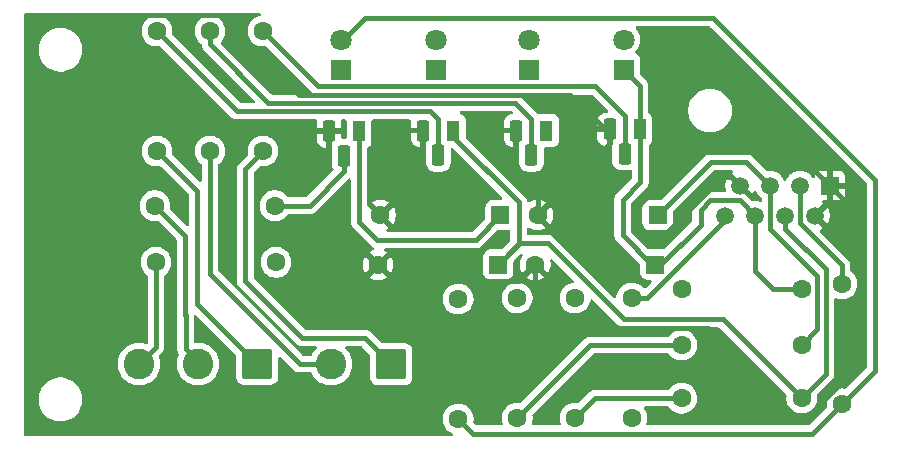
<source format=gbr>
%TF.GenerationSoftware,KiCad,Pcbnew,9.0.2*%
%TF.CreationDate,2025-06-16T13:38:08+02:00*%
%TF.ProjectId,wli,776c692e-6b69-4636-9164-5f7063625858,rev?*%
%TF.SameCoordinates,Original*%
%TF.FileFunction,Copper,L2,Bot*%
%TF.FilePolarity,Positive*%
%FSLAX46Y46*%
G04 Gerber Fmt 4.6, Leading zero omitted, Abs format (unit mm)*
G04 Created by KiCad (PCBNEW 9.0.2) date 2025-06-16 13:38:08*
%MOMM*%
%LPD*%
G01*
G04 APERTURE LIST*
G04 Aperture macros list*
%AMRoundRect*
0 Rectangle with rounded corners*
0 $1 Rounding radius*
0 $2 $3 $4 $5 $6 $7 $8 $9 X,Y pos of 4 corners*
0 Add a 4 corners polygon primitive as box body*
4,1,4,$2,$3,$4,$5,$6,$7,$8,$9,$2,$3,0*
0 Add four circle primitives for the rounded corners*
1,1,$1+$1,$2,$3*
1,1,$1+$1,$4,$5*
1,1,$1+$1,$6,$7*
1,1,$1+$1,$8,$9*
0 Add four rect primitives between the rounded corners*
20,1,$1+$1,$2,$3,$4,$5,0*
20,1,$1+$1,$4,$5,$6,$7,0*
20,1,$1+$1,$6,$7,$8,$9,0*
20,1,$1+$1,$8,$9,$2,$3,0*%
G04 Aperture macros list end*
%TA.AperFunction,ComponentPad*%
%ADD10R,1.100000X1.800000*%
%TD*%
%TA.AperFunction,ComponentPad*%
%ADD11RoundRect,0.275000X0.275000X0.625000X-0.275000X0.625000X-0.275000X-0.625000X0.275000X-0.625000X0*%
%TD*%
%TA.AperFunction,ComponentPad*%
%ADD12C,1.600000*%
%TD*%
%TA.AperFunction,ComponentPad*%
%ADD13RoundRect,0.250000X0.550000X0.550000X-0.550000X0.550000X-0.550000X-0.550000X0.550000X-0.550000X0*%
%TD*%
%TA.AperFunction,ComponentPad*%
%ADD14R,1.800000X1.800000*%
%TD*%
%TA.AperFunction,ComponentPad*%
%ADD15C,1.800000*%
%TD*%
%TA.AperFunction,ComponentPad*%
%ADD16RoundRect,0.250000X1.050000X1.050000X-1.050000X1.050000X-1.050000X-1.050000X1.050000X-1.050000X0*%
%TD*%
%TA.AperFunction,ComponentPad*%
%ADD17C,2.600000*%
%TD*%
%TA.AperFunction,ComponentPad*%
%ADD18R,1.500000X1.500000*%
%TD*%
%TA.AperFunction,ComponentPad*%
%ADD19C,1.500000*%
%TD*%
%TA.AperFunction,Conductor*%
%ADD20C,0.400000*%
%TD*%
G04 APERTURE END LIST*
D10*
%TO.P,Q4,1,C*%
%TO.N,Net-(D10-K)*%
X165750000Y-101840000D03*
D11*
%TO.P,Q4,2,B*%
%TO.N,Net-(Q4-B)*%
X164480000Y-103910000D03*
%TO.P,Q4,3,E*%
%TO.N,GNDREF*%
X163210000Y-101840000D03*
%TD*%
D10*
%TO.P,Q3,1,C*%
%TO.N,Net-(D3-K)*%
X157850000Y-101940000D03*
D11*
%TO.P,Q3,2,B*%
%TO.N,Net-(Q3-B)*%
X156580000Y-104010000D03*
%TO.P,Q3,3,E*%
%TO.N,GNDREF*%
X155310000Y-101940000D03*
%TD*%
D10*
%TO.P,Q2,1,C*%
%TO.N,Net-(D2-K)*%
X149950000Y-101940000D03*
D11*
%TO.P,Q2,2,B*%
%TO.N,Net-(Q2-B)*%
X148680000Y-104010000D03*
%TO.P,Q2,3,E*%
%TO.N,GNDREF*%
X147410000Y-101940000D03*
%TD*%
D10*
%TO.P,Q1,1,C*%
%TO.N,Net-(D1-K)*%
X141980000Y-102000000D03*
D11*
%TO.P,Q1,2,B*%
%TO.N,Net-(Q1-B)*%
X140710000Y-104070000D03*
%TO.P,Q1,3,E*%
%TO.N,GNDREF*%
X139440000Y-102000000D03*
%TD*%
D12*
%TO.P,R12,1*%
%TO.N,+5V*%
X165080000Y-116120000D03*
%TO.P,R12,2*%
%TO.N,Net-(D4-A)*%
X165080000Y-126280000D03*
%TD*%
D13*
%TO.P,D7,1,K*%
%TO.N,Net-(D1-K)*%
X153960000Y-109100000D03*
D12*
%TO.P,D7,2,A*%
%TO.N,GNDREF*%
X143800000Y-109100000D03*
%TD*%
%TO.P,R10,1*%
%TO.N,Net-(D3-A)*%
X169300000Y-120100000D03*
%TO.P,R10,2*%
%TO.N,Net-(D3-K)*%
X179460000Y-120100000D03*
%TD*%
%TO.P,R8,1*%
%TO.N,Net-(J2-Pin_2)*%
X129360000Y-103680000D03*
%TO.P,R8,2*%
%TO.N,Net-(Q3-B)*%
X129360000Y-93520000D03*
%TD*%
%TO.P,R9,1*%
%TO.N,+5V*%
X155380000Y-116120000D03*
%TO.P,R9,2*%
%TO.N,Net-(D3-A)*%
X155380000Y-126280000D03*
%TD*%
D14*
%TO.P,D1,1,K*%
%TO.N,Net-(D1-K)*%
X140480000Y-96775000D03*
D15*
%TO.P,D1,2,A*%
%TO.N,Net-(D1-A)*%
X140480000Y-94235000D03*
%TD*%
D14*
%TO.P,D3,1,K*%
%TO.N,Net-(D3-K)*%
X156380000Y-96775000D03*
D15*
%TO.P,D3,2,A*%
%TO.N,Net-(D3-A)*%
X156380000Y-94235000D03*
%TD*%
D12*
%TO.P,R2,1*%
%TO.N,+5V*%
X150380000Y-116200000D03*
%TO.P,R2,2*%
%TO.N,Net-(D1-A)*%
X150380000Y-126360000D03*
%TD*%
%TO.P,R6,1*%
%TO.N,+5V*%
X160280000Y-116120000D03*
%TO.P,R6,2*%
%TO.N,Net-(D2-A)*%
X160280000Y-126280000D03*
%TD*%
%TO.P,R7,1*%
%TO.N,Net-(D2-A)*%
X169300000Y-124600000D03*
%TO.P,R7,2*%
%TO.N,Net-(D2-K)*%
X179460000Y-124600000D03*
%TD*%
%TO.P,R11,1*%
%TO.N,Net-(J2-Pin_1)*%
X133860000Y-103680000D03*
%TO.P,R11,2*%
%TO.N,Net-(Q4-B)*%
X133860000Y-93520000D03*
%TD*%
D16*
%TO.P,J2,1,Pin_1*%
%TO.N,Net-(J2-Pin_1)*%
X144705000Y-121727500D03*
D17*
%TO.P,J2,2,Pin_2*%
%TO.N,Net-(J2-Pin_2)*%
X139625000Y-121727500D03*
%TD*%
D18*
%TO.P,J3,1*%
%TO.N,GNDREF*%
X181862500Y-106600000D03*
D19*
%TO.P,J3,2*%
X180592500Y-109140000D03*
%TO.P,J3,3*%
%TO.N,Net-(D1-K)*%
X179322500Y-106600000D03*
%TO.P,J3,4*%
%TO.N,Net-(D2-K)*%
X178052500Y-109140000D03*
%TO.P,J3,5*%
%TO.N,Net-(D3-K)*%
X176782500Y-106600000D03*
%TO.P,J3,6*%
%TO.N,Net-(D10-K)*%
X175512500Y-109140000D03*
%TO.P,J3,7*%
%TO.N,GNDREF*%
X174242500Y-106600000D03*
%TO.P,J3,8*%
%TO.N,+5V*%
X172972500Y-109140000D03*
%TD*%
D12*
%TO.P,R1,1*%
%TO.N,Net-(D1-A)*%
X182880000Y-125080000D03*
%TO.P,R1,2*%
%TO.N,Net-(D1-K)*%
X182880000Y-114920000D03*
%TD*%
D13*
%TO.P,D9,1,K*%
%TO.N,Net-(D3-K)*%
X167260000Y-109100000D03*
D12*
%TO.P,D9,2,A*%
%TO.N,GNDREF*%
X157100000Y-109100000D03*
%TD*%
D16*
%TO.P,J1,1,Pin_1*%
%TO.N,Net-(J1-Pin_1)*%
X133360000Y-121700000D03*
D17*
%TO.P,J1,2,Pin_2*%
%TO.N,Net-(J1-Pin_2)*%
X128360000Y-121700000D03*
%TO.P,J1,3,Pin_3*%
%TO.N,Net-(J1-Pin_3)*%
X123360000Y-121700000D03*
%TD*%
D13*
%TO.P,D10,1,K*%
%TO.N,Net-(D10-K)*%
X167060000Y-113300000D03*
D12*
%TO.P,D10,2,A*%
%TO.N,GNDREF*%
X156900000Y-113300000D03*
%TD*%
%TO.P,R5,1*%
%TO.N,Net-(J1-Pin_1)*%
X124880000Y-103680000D03*
%TO.P,R5,2*%
%TO.N,Net-(Q2-B)*%
X124880000Y-93520000D03*
%TD*%
D14*
%TO.P,D4,1,K*%
%TO.N,Net-(D10-K)*%
X164380000Y-96775000D03*
D15*
%TO.P,D4,2,A*%
%TO.N,Net-(D4-A)*%
X164380000Y-94235000D03*
%TD*%
D13*
%TO.P,D8,1,K*%
%TO.N,Net-(D2-K)*%
X153760000Y-113300000D03*
D12*
%TO.P,D8,2,A*%
%TO.N,GNDREF*%
X143600000Y-113300000D03*
%TD*%
%TO.P,R4,1*%
%TO.N,Net-(J1-Pin_3)*%
X124800000Y-113100000D03*
%TO.P,R4,2*%
%TO.N,+5V*%
X134960000Y-113100000D03*
%TD*%
%TO.P,R13,1*%
%TO.N,Net-(D4-A)*%
X169300000Y-115400000D03*
%TO.P,R13,2*%
%TO.N,Net-(D10-K)*%
X179460000Y-115400000D03*
%TD*%
%TO.P,R3,1*%
%TO.N,Net-(J1-Pin_2)*%
X124700000Y-108300000D03*
%TO.P,R3,2*%
%TO.N,Net-(Q1-B)*%
X134860000Y-108300000D03*
%TD*%
D14*
%TO.P,D2,1,K*%
%TO.N,Net-(D2-K)*%
X148480000Y-96775000D03*
D15*
%TO.P,D2,2,A*%
%TO.N,Net-(D2-A)*%
X148480000Y-94235000D03*
%TD*%
D20*
%TO.N,Net-(Q2-B)*%
X148680000Y-100980000D02*
X148680000Y-103610000D01*
X148001000Y-100301000D02*
X148680000Y-100980000D01*
X131661000Y-100301000D02*
X148001000Y-100301000D01*
X124880000Y-93520000D02*
X131661000Y-100301000D01*
%TO.N,GNDREF*%
X180100000Y-126000000D02*
X184400000Y-121700000D01*
X184400000Y-121700000D02*
X184400000Y-109137500D01*
X178800000Y-126000000D02*
X180100000Y-126000000D01*
X171500000Y-118700000D02*
X178800000Y-126000000D01*
X184400000Y-109137500D02*
X181862500Y-106600000D01*
X160500000Y-118700000D02*
X171500000Y-118700000D01*
X156900000Y-115100000D02*
X160500000Y-118700000D01*
X156900000Y-113300000D02*
X156900000Y-115100000D01*
%TO.N,Net-(D2-K)*%
X155560000Y-111500000D02*
X153760000Y-113300000D01*
X164400000Y-117900000D02*
X158000000Y-111500000D01*
X172760000Y-117900000D02*
X164400000Y-117900000D01*
X179460000Y-124600000D02*
X172760000Y-117900000D01*
X158000000Y-111500000D02*
X155560000Y-111500000D01*
%TO.N,Net-(D1-A)*%
X151619000Y-127599000D02*
X150380000Y-126360000D01*
X176400000Y-127600000D02*
X176399000Y-127599000D01*
X180360000Y-127600000D02*
X176400000Y-127600000D01*
X182880000Y-125080000D02*
X180360000Y-127600000D01*
X176399000Y-127599000D02*
X151619000Y-127599000D01*
%TO.N,GNDREF*%
X139440000Y-102400000D02*
X139440000Y-101700000D01*
X155500000Y-114700000D02*
X156900000Y-113300000D01*
X145000000Y-114700000D02*
X155500000Y-114700000D01*
X143600000Y-113300000D02*
X145000000Y-114700000D01*
X123300000Y-92900000D02*
X123300000Y-94800000D01*
X130200000Y-92200000D02*
X124000000Y-92200000D01*
X136900000Y-98900000D02*
X130200000Y-92200000D01*
X159870000Y-98900000D02*
X136900000Y-98900000D01*
X124000000Y-92200000D02*
X123300000Y-92900000D01*
X130400000Y-101900000D02*
X138940000Y-101900000D01*
X163210000Y-102240000D02*
X159870000Y-98900000D01*
X123300000Y-94800000D02*
X130400000Y-101900000D01*
X138940000Y-101900000D02*
X139440000Y-102400000D01*
%TO.N,Net-(D1-A)*%
X185700000Y-106140000D02*
X185700000Y-122260000D01*
X142515000Y-92400000D02*
X171960000Y-92400000D01*
X171960000Y-92400000D02*
X185700000Y-106140000D01*
X140480000Y-94435000D02*
X142515000Y-92400000D01*
X185700000Y-122260000D02*
X182880000Y-125080000D01*
%TO.N,Net-(Q3-B)*%
X156580000Y-100980000D02*
X156580000Y-103610000D01*
X134308630Y-99600000D02*
X155200000Y-99600000D01*
X155200000Y-99600000D02*
X156580000Y-100980000D01*
X129360000Y-94651370D02*
X134308630Y-99600000D01*
X129360000Y-93520000D02*
X129360000Y-94651370D01*
%TO.N,Net-(Q4-B)*%
X162000000Y-98200000D02*
X164480000Y-100680000D01*
X138540000Y-98200000D02*
X162000000Y-98200000D01*
X133860000Y-93520000D02*
X138540000Y-98200000D01*
X164480000Y-100680000D02*
X164480000Y-103510000D01*
%TO.N,Net-(D10-K)*%
X171740364Y-107851000D02*
X174223500Y-107851000D01*
X170900000Y-108691364D02*
X171740364Y-107851000D01*
X174223500Y-107851000D02*
X175512500Y-109140000D01*
X170900000Y-109900000D02*
X170900000Y-108691364D01*
X167500000Y-113300000D02*
X170900000Y-109900000D01*
X167060000Y-113300000D02*
X167500000Y-113300000D01*
%TO.N,GNDREF*%
X179062500Y-103800000D02*
X181862500Y-106600000D01*
X165600000Y-108300000D02*
X170100000Y-103800000D01*
X165600000Y-109900000D02*
X165600000Y-108300000D01*
X167900000Y-110700000D02*
X166400000Y-110700000D01*
X170100000Y-103800000D02*
X179062500Y-103800000D01*
X172700000Y-105900000D02*
X167900000Y-110700000D01*
X173542500Y-105900000D02*
X172700000Y-105900000D01*
X174242500Y-106600000D02*
X173542500Y-105900000D01*
X166400000Y-110700000D02*
X165600000Y-109900000D01*
%TO.N,+5V*%
X166409002Y-116120000D02*
X165080000Y-116120000D01*
X172972500Y-109556502D02*
X166409002Y-116120000D01*
X172972500Y-109140000D02*
X172972500Y-109556502D01*
%TO.N,Net-(D3-K)*%
X180800000Y-118760000D02*
X179460000Y-120100000D01*
X176782500Y-110282500D02*
X180800000Y-114300000D01*
X180800000Y-114300000D02*
X180800000Y-118760000D01*
X176782500Y-106600000D02*
X176782500Y-110282500D01*
%TO.N,Net-(D2-K)*%
X181500000Y-122560000D02*
X179460000Y-124600000D01*
X181500000Y-113700000D02*
X181500000Y-122560000D01*
X178052500Y-110252500D02*
X181500000Y-113700000D01*
X178052500Y-109140000D02*
X178052500Y-110252500D01*
%TO.N,Net-(D3-K)*%
X174782500Y-104600000D02*
X176782500Y-106600000D01*
X171760000Y-104600000D02*
X174782500Y-104600000D01*
X167260000Y-109100000D02*
X171760000Y-104600000D01*
%TO.N,Net-(D10-K)*%
X166800000Y-113300000D02*
X167060000Y-113300000D01*
X164300000Y-107800000D02*
X164300000Y-110800000D01*
X165800000Y-106300000D02*
X164300000Y-107800000D01*
X165800000Y-102190000D02*
X165800000Y-106300000D01*
X165750000Y-102240000D02*
X165800000Y-102190000D01*
X164300000Y-110800000D02*
X166800000Y-113300000D01*
%TO.N,GNDREF*%
X157100000Y-106900000D02*
X157100000Y-109100000D01*
X155310000Y-105110000D02*
X157100000Y-106900000D01*
X155310000Y-102340000D02*
X155310000Y-105110000D01*
%TO.N,Net-(D2-K)*%
X155500000Y-108000000D02*
X149950000Y-102450000D01*
X153760000Y-113300000D02*
X155500000Y-111560000D01*
X155500000Y-111560000D02*
X155500000Y-108000000D01*
X149950000Y-102450000D02*
X149950000Y-102340000D01*
%TO.N,Net-(Q1-B)*%
X140710000Y-105390000D02*
X140710000Y-103670000D01*
X137800000Y-108300000D02*
X140710000Y-105390000D01*
X134860000Y-108300000D02*
X137800000Y-108300000D01*
%TO.N,Net-(D1-K)*%
X182880000Y-114920000D02*
X182880000Y-113320000D01*
X141980000Y-109680000D02*
X143500000Y-111200000D01*
X143500000Y-111200000D02*
X151860000Y-111200000D01*
X151860000Y-111200000D02*
X153960000Y-109100000D01*
X179322500Y-109762500D02*
X179322500Y-106600000D01*
X141980000Y-102400000D02*
X141980000Y-109680000D01*
X182880000Y-113320000D02*
X179322500Y-109762500D01*
%TO.N,Net-(D2-A)*%
X161960000Y-124600000D02*
X160280000Y-126280000D01*
X169300000Y-124600000D02*
X161960000Y-124600000D01*
%TO.N,Net-(D3-A)*%
X161560000Y-120100000D02*
X155380000Y-126280000D01*
X169300000Y-120100000D02*
X161560000Y-120100000D01*
%TO.N,Net-(D10-K)*%
X175512500Y-113852500D02*
X175512500Y-109140000D01*
X164380000Y-96775000D02*
X165750000Y-98145000D01*
X165750000Y-98145000D02*
X165750000Y-102240000D01*
X179460000Y-115400000D02*
X177060000Y-115400000D01*
X177060000Y-115400000D02*
X175512500Y-113852500D01*
%TO.N,Net-(J1-Pin_1)*%
X128300000Y-116640000D02*
X133360000Y-121700000D01*
X128300000Y-107100000D02*
X128300000Y-116640000D01*
X124880000Y-103680000D02*
X128300000Y-107100000D01*
%TO.N,Net-(J1-Pin_2)*%
X128360000Y-121500000D02*
X128360000Y-121700000D01*
X124700000Y-108300000D02*
X127259000Y-110859000D01*
X127300000Y-117569942D02*
X127300000Y-120440000D01*
X127259000Y-117528942D02*
X127300000Y-117569942D01*
X127259000Y-110859000D02*
X127259000Y-117528942D01*
X127300000Y-120440000D02*
X128360000Y-121500000D01*
X127840000Y-121180000D02*
X128360000Y-121700000D01*
%TO.N,GNDREF*%
X181862500Y-106600000D02*
X181862500Y-107870000D01*
X163210000Y-102240000D02*
X163210000Y-102990000D01*
X147410000Y-102340000D02*
X147410000Y-105490000D01*
X147410000Y-105490000D02*
X143800000Y-109100000D01*
X163210000Y-102990000D02*
X157100000Y-109100000D01*
X143800000Y-113100000D02*
X143600000Y-113300000D01*
X181862500Y-107870000D02*
X180592500Y-109140000D01*
%TO.N,Net-(J2-Pin_2)*%
X136987500Y-121727500D02*
X139625000Y-121727500D01*
X129360000Y-103680000D02*
X129360000Y-114100000D01*
X129360000Y-114100000D02*
X136987500Y-121727500D01*
%TO.N,Net-(J2-Pin_1)*%
X133860000Y-103680000D02*
X132360000Y-105180000D01*
X142477500Y-119500000D02*
X144705000Y-121727500D01*
X132360000Y-114700000D02*
X137160000Y-119500000D01*
X137160000Y-119500000D02*
X142477500Y-119500000D01*
X132360000Y-105180000D02*
X132360000Y-114700000D01*
%TO.N,Net-(J1-Pin_3)*%
X124800000Y-120260000D02*
X123360000Y-121700000D01*
X124800000Y-113100000D02*
X124800000Y-120260000D01*
%TD*%
%TA.AperFunction,Conductor*%
%TO.N,GNDREF*%
G36*
X124651833Y-92020185D02*
G01*
X124697588Y-92072989D01*
X124707532Y-92142147D01*
X124678507Y-92205703D01*
X124619729Y-92243477D01*
X124604192Y-92246973D01*
X124575465Y-92251522D01*
X124380776Y-92314781D01*
X124198386Y-92407715D01*
X124032786Y-92528028D01*
X123888028Y-92672786D01*
X123767715Y-92838386D01*
X123674781Y-93020776D01*
X123611522Y-93215465D01*
X123579500Y-93417648D01*
X123579500Y-93622351D01*
X123611522Y-93824534D01*
X123674781Y-94019223D01*
X123767715Y-94201613D01*
X123888028Y-94367213D01*
X124032786Y-94511971D01*
X124128385Y-94581426D01*
X124198390Y-94632287D01*
X124295455Y-94681744D01*
X124380776Y-94725218D01*
X124380778Y-94725218D01*
X124380781Y-94725220D01*
X124485137Y-94759127D01*
X124575465Y-94788477D01*
X124676557Y-94804488D01*
X124777648Y-94820500D01*
X124777649Y-94820500D01*
X124982350Y-94820500D01*
X124982352Y-94820500D01*
X125099068Y-94802013D01*
X125168362Y-94810967D01*
X125206148Y-94836805D01*
X131214453Y-100845111D01*
X131214454Y-100845112D01*
X131329190Y-100921776D01*
X131427790Y-100962617D01*
X131456671Y-100974580D01*
X131456672Y-100974580D01*
X131456677Y-100974582D01*
X131483545Y-100979925D01*
X131483551Y-100979926D01*
X131483591Y-100979934D01*
X131573937Y-100997905D01*
X131592006Y-101001500D01*
X131592007Y-101001500D01*
X138299856Y-101001500D01*
X138366895Y-101021185D01*
X138412650Y-101073989D01*
X138422594Y-101143147D01*
X138416898Y-101166455D01*
X138404648Y-101201462D01*
X138390000Y-101331469D01*
X138390000Y-101750000D01*
X140490000Y-101750000D01*
X140490000Y-101331473D01*
X140489999Y-101331469D01*
X140475351Y-101201462D01*
X140463102Y-101166455D01*
X140459541Y-101096676D01*
X140494270Y-101036048D01*
X140556263Y-101003821D01*
X140580144Y-101001500D01*
X140805500Y-101001500D01*
X140872539Y-101021185D01*
X140918294Y-101073989D01*
X140929500Y-101125500D01*
X140929500Y-101859685D01*
X140929501Y-102545500D01*
X140926950Y-102554185D01*
X140928239Y-102563147D01*
X140917260Y-102587187D01*
X140909816Y-102612539D01*
X140902975Y-102618466D01*
X140899214Y-102626703D01*
X140876981Y-102640990D01*
X140857013Y-102658294D01*
X140846497Y-102660581D01*
X140840436Y-102664477D01*
X140805501Y-102669500D01*
X140614000Y-102669500D01*
X140546961Y-102649815D01*
X140501206Y-102597011D01*
X140490000Y-102545500D01*
X140490000Y-102250000D01*
X139786410Y-102250000D01*
X139740075Y-102169745D01*
X139670255Y-102099925D01*
X139584745Y-102050556D01*
X139489370Y-102025000D01*
X139390630Y-102025000D01*
X139295255Y-102050556D01*
X139209745Y-102099925D01*
X139139925Y-102169745D01*
X139093590Y-102250000D01*
X138390000Y-102250000D01*
X138390000Y-102668530D01*
X138404648Y-102798539D01*
X138462330Y-102963386D01*
X138555246Y-103111262D01*
X138678737Y-103234753D01*
X138826613Y-103327669D01*
X138991460Y-103385351D01*
X139121469Y-103399999D01*
X139121473Y-103400000D01*
X139190000Y-103400000D01*
X139190000Y-102680330D01*
X139209745Y-102700075D01*
X139295255Y-102749444D01*
X139390630Y-102775000D01*
X139489370Y-102775000D01*
X139584745Y-102749444D01*
X139670255Y-102700075D01*
X139690000Y-102680330D01*
X139690000Y-103205001D01*
X139683042Y-103245955D01*
X139674159Y-103271340D01*
X139674157Y-103271348D01*
X139659500Y-103401441D01*
X139659500Y-104738558D01*
X139674157Y-104868648D01*
X139674159Y-104868658D01*
X139731878Y-105033607D01*
X139811954Y-105161049D01*
X139830954Y-105228286D01*
X139810586Y-105295121D01*
X139794641Y-105314701D01*
X137546162Y-107563181D01*
X137484839Y-107596666D01*
X137458481Y-107599500D01*
X136021744Y-107599500D01*
X135954705Y-107579815D01*
X135921425Y-107548384D01*
X135851969Y-107452784D01*
X135707213Y-107308028D01*
X135541613Y-107187715D01*
X135541612Y-107187714D01*
X135541610Y-107187713D01*
X135484653Y-107158691D01*
X135359223Y-107094781D01*
X135164534Y-107031522D01*
X134989995Y-107003878D01*
X134962352Y-106999500D01*
X134757648Y-106999500D01*
X134733329Y-107003351D01*
X134555465Y-107031522D01*
X134360776Y-107094781D01*
X134178386Y-107187715D01*
X134012786Y-107308028D01*
X133868028Y-107452786D01*
X133747715Y-107618386D01*
X133654781Y-107800776D01*
X133591522Y-107995465D01*
X133559500Y-108197648D01*
X133559500Y-108402351D01*
X133591522Y-108604534D01*
X133654781Y-108799223D01*
X133716716Y-108920775D01*
X133743620Y-108973578D01*
X133747715Y-108981613D01*
X133868028Y-109147213D01*
X134012786Y-109291971D01*
X134147498Y-109389843D01*
X134178390Y-109412287D01*
X134294607Y-109471503D01*
X134360776Y-109505218D01*
X134360778Y-109505218D01*
X134360781Y-109505220D01*
X134465137Y-109539127D01*
X134555465Y-109568477D01*
X134656213Y-109584434D01*
X134757648Y-109600500D01*
X134757649Y-109600500D01*
X134962351Y-109600500D01*
X134962352Y-109600500D01*
X135164534Y-109568477D01*
X135359219Y-109505220D01*
X135541610Y-109412287D01*
X135636792Y-109343134D01*
X135707213Y-109291971D01*
X135707215Y-109291968D01*
X135707219Y-109291966D01*
X135851966Y-109147219D01*
X135921425Y-109051615D01*
X135976755Y-109008949D01*
X136021744Y-109000500D01*
X137868996Y-109000500D01*
X137964406Y-108981521D01*
X138004328Y-108973580D01*
X138071863Y-108945606D01*
X138131807Y-108920777D01*
X138131808Y-108920776D01*
X138131811Y-108920775D01*
X138246543Y-108844114D01*
X141067819Y-106022836D01*
X141129142Y-105989352D01*
X141198834Y-105994336D01*
X141254767Y-106036208D01*
X141279184Y-106101672D01*
X141279500Y-106110518D01*
X141279500Y-109611006D01*
X141279500Y-109748994D01*
X141279500Y-109748996D01*
X141279499Y-109748996D01*
X141306418Y-109884322D01*
X141306421Y-109884332D01*
X141359222Y-110011807D01*
X141435887Y-110126545D01*
X143053454Y-111744112D01*
X143053457Y-111744114D01*
X143168189Y-111820775D01*
X143199446Y-111833722D01*
X143253849Y-111877561D01*
X143275915Y-111943855D01*
X143258637Y-112011555D01*
X143207500Y-112059166D01*
X143190314Y-112066214D01*
X143100967Y-112095245D01*
X142918644Y-112188143D01*
X142874077Y-112220523D01*
X142874077Y-112220524D01*
X143553554Y-112900000D01*
X143547339Y-112900000D01*
X143445606Y-112927259D01*
X143354394Y-112979920D01*
X143279920Y-113054394D01*
X143227259Y-113145606D01*
X143200000Y-113247339D01*
X143200000Y-113253553D01*
X142520524Y-112574077D01*
X142520523Y-112574077D01*
X142488143Y-112618644D01*
X142395244Y-112800968D01*
X142332009Y-112995582D01*
X142300000Y-113197682D01*
X142300000Y-113402317D01*
X142332009Y-113604417D01*
X142395244Y-113799031D01*
X142488141Y-113981350D01*
X142488147Y-113981359D01*
X142520523Y-114025921D01*
X142520524Y-114025922D01*
X143200000Y-113346446D01*
X143200000Y-113352661D01*
X143227259Y-113454394D01*
X143279920Y-113545606D01*
X143354394Y-113620080D01*
X143445606Y-113672741D01*
X143547339Y-113700000D01*
X143553553Y-113700000D01*
X142874076Y-114379474D01*
X142918650Y-114411859D01*
X143100968Y-114504755D01*
X143295582Y-114567990D01*
X143497683Y-114600000D01*
X143702317Y-114600000D01*
X143904417Y-114567990D01*
X144099031Y-114504755D01*
X144281349Y-114411859D01*
X144325921Y-114379474D01*
X143646447Y-113700000D01*
X143652661Y-113700000D01*
X143754394Y-113672741D01*
X143845606Y-113620080D01*
X143920080Y-113545606D01*
X143972741Y-113454394D01*
X144000000Y-113352661D01*
X144000000Y-113346448D01*
X144679474Y-114025922D01*
X144679474Y-114025921D01*
X144711859Y-113981349D01*
X144804755Y-113799031D01*
X144867990Y-113604417D01*
X144900000Y-113402317D01*
X144900000Y-113197682D01*
X144867990Y-112995582D01*
X144804755Y-112800968D01*
X144711859Y-112618650D01*
X144679474Y-112574077D01*
X144679474Y-112574076D01*
X144000000Y-113253551D01*
X144000000Y-113247339D01*
X143972741Y-113145606D01*
X143920080Y-113054394D01*
X143845606Y-112979920D01*
X143754394Y-112927259D01*
X143652661Y-112900000D01*
X143646446Y-112900000D01*
X144325922Y-112220524D01*
X144325921Y-112220523D01*
X144281359Y-112188147D01*
X144281350Y-112188141D01*
X144177025Y-112134985D01*
X144126229Y-112087011D01*
X144109434Y-112019190D01*
X144131971Y-111953055D01*
X144186686Y-111909603D01*
X144233320Y-111900500D01*
X151928996Y-111900500D01*
X152044314Y-111877561D01*
X152064328Y-111873580D01*
X152128069Y-111847177D01*
X152191807Y-111820777D01*
X152191808Y-111820776D01*
X152191811Y-111820775D01*
X152306543Y-111744114D01*
X153613837Y-110436817D01*
X153675160Y-110403333D01*
X153701518Y-110400499D01*
X154560002Y-110400499D01*
X154560008Y-110400499D01*
X154662797Y-110389999D01*
X154662799Y-110389998D01*
X154662898Y-110389988D01*
X154731591Y-110402757D01*
X154782475Y-110450638D01*
X154799500Y-110513346D01*
X154799500Y-111218480D01*
X154779815Y-111285519D01*
X154763181Y-111306161D01*
X154106160Y-111963181D01*
X154044837Y-111996666D01*
X154018479Y-111999500D01*
X153159998Y-111999500D01*
X153159980Y-111999501D01*
X153057203Y-112010000D01*
X153057200Y-112010001D01*
X152890668Y-112065185D01*
X152890663Y-112065187D01*
X152741342Y-112157289D01*
X152617289Y-112281342D01*
X152525187Y-112430663D01*
X152525186Y-112430666D01*
X152470001Y-112597203D01*
X152470001Y-112597204D01*
X152470000Y-112597204D01*
X152459500Y-112699983D01*
X152459500Y-113900001D01*
X152459501Y-113900018D01*
X152470000Y-114002796D01*
X152470001Y-114002799D01*
X152515791Y-114140983D01*
X152525186Y-114169334D01*
X152617288Y-114318656D01*
X152741344Y-114442712D01*
X152890666Y-114534814D01*
X153057203Y-114589999D01*
X153159991Y-114600500D01*
X154360008Y-114600499D01*
X154462797Y-114589999D01*
X154629334Y-114534814D01*
X154778656Y-114442712D01*
X154902712Y-114318656D01*
X154994814Y-114169334D01*
X155049999Y-114002797D01*
X155060500Y-113900009D01*
X155060499Y-113041517D01*
X155080183Y-112974479D01*
X155096813Y-112953842D01*
X155620252Y-112430403D01*
X155681572Y-112396921D01*
X155751264Y-112401905D01*
X155807197Y-112443777D01*
X155831614Y-112509241D01*
X155816762Y-112577514D01*
X155808250Y-112590970D01*
X155788141Y-112618648D01*
X155695244Y-112800968D01*
X155632009Y-112995582D01*
X155600000Y-113197682D01*
X155600000Y-113402317D01*
X155632009Y-113604417D01*
X155695244Y-113799031D01*
X155788141Y-113981350D01*
X155788147Y-113981359D01*
X155820523Y-114025921D01*
X155820524Y-114025922D01*
X156500000Y-113346446D01*
X156500000Y-113352661D01*
X156527259Y-113454394D01*
X156579920Y-113545606D01*
X156654394Y-113620080D01*
X156745606Y-113672741D01*
X156847339Y-113700000D01*
X156853553Y-113700000D01*
X156174076Y-114379474D01*
X156218650Y-114411859D01*
X156400968Y-114504755D01*
X156595582Y-114567990D01*
X156797683Y-114600000D01*
X157002317Y-114600000D01*
X157204417Y-114567990D01*
X157399031Y-114504755D01*
X157581349Y-114411859D01*
X157625921Y-114379474D01*
X156946447Y-113700000D01*
X156952661Y-113700000D01*
X157054394Y-113672741D01*
X157145606Y-113620080D01*
X157220080Y-113545606D01*
X157272741Y-113454394D01*
X157300000Y-113352661D01*
X157300000Y-113346447D01*
X157979474Y-114025921D01*
X158011859Y-113981349D01*
X158104755Y-113799031D01*
X158167990Y-113604417D01*
X158200000Y-113402317D01*
X158200000Y-113197682D01*
X158167989Y-112995581D01*
X158165429Y-112987701D01*
X158163430Y-112917860D01*
X158199508Y-112858025D01*
X158262207Y-112827194D01*
X158331622Y-112835155D01*
X158371039Y-112861696D01*
X160136086Y-114626743D01*
X160169571Y-114688066D01*
X160164587Y-114757758D01*
X160122715Y-114813691D01*
X160067804Y-114836897D01*
X159975464Y-114851523D01*
X159780776Y-114914781D01*
X159598386Y-115007715D01*
X159432786Y-115128028D01*
X159288028Y-115272786D01*
X159167715Y-115438386D01*
X159074781Y-115620776D01*
X159011522Y-115815465D01*
X158979500Y-116017648D01*
X158979500Y-116222351D01*
X159011522Y-116424534D01*
X159074781Y-116619223D01*
X159120610Y-116709166D01*
X159163620Y-116793578D01*
X159167715Y-116801613D01*
X159288028Y-116967213D01*
X159432786Y-117111971D01*
X159548512Y-117196049D01*
X159598390Y-117232287D01*
X159690505Y-117279222D01*
X159780776Y-117325218D01*
X159780778Y-117325218D01*
X159780781Y-117325220D01*
X159875161Y-117355886D01*
X159975465Y-117388477D01*
X160076557Y-117404488D01*
X160177648Y-117420500D01*
X160177649Y-117420500D01*
X160382351Y-117420500D01*
X160382352Y-117420500D01*
X160584534Y-117388477D01*
X160779219Y-117325220D01*
X160961610Y-117232287D01*
X161084877Y-117142729D01*
X161127213Y-117111971D01*
X161127215Y-117111968D01*
X161127219Y-117111966D01*
X161271966Y-116967219D01*
X161271968Y-116967215D01*
X161271971Y-116967213D01*
X161372424Y-116828949D01*
X161392287Y-116801610D01*
X161485220Y-116619219D01*
X161548477Y-116424534D01*
X161563102Y-116332195D01*
X161593031Y-116269061D01*
X161652343Y-116232130D01*
X161722205Y-116233128D01*
X161773256Y-116263913D01*
X163953453Y-118444111D01*
X163953454Y-118444112D01*
X164068192Y-118520777D01*
X164195667Y-118573578D01*
X164195672Y-118573580D01*
X164195676Y-118573580D01*
X164195677Y-118573581D01*
X164331003Y-118600500D01*
X164331006Y-118600500D01*
X164331007Y-118600500D01*
X168923575Y-118600500D01*
X168990614Y-118620185D01*
X169036369Y-118672989D01*
X169046313Y-118742147D01*
X169017288Y-118805703D01*
X168961894Y-118842431D01*
X168800776Y-118894781D01*
X168618386Y-118987715D01*
X168452786Y-119108028D01*
X168308030Y-119252784D01*
X168238575Y-119348384D01*
X168183245Y-119391051D01*
X168138256Y-119399500D01*
X161491004Y-119399500D01*
X161355677Y-119426418D01*
X161355667Y-119426421D01*
X161228192Y-119479222D01*
X161113454Y-119555887D01*
X155706147Y-124963194D01*
X155644824Y-124996679D01*
X155599068Y-124997986D01*
X155549969Y-124990209D01*
X155482352Y-124979500D01*
X155277648Y-124979500D01*
X155253329Y-124983351D01*
X155075465Y-125011522D01*
X154880776Y-125074781D01*
X154698386Y-125167715D01*
X154532786Y-125288028D01*
X154388028Y-125432786D01*
X154267715Y-125598386D01*
X154174781Y-125780776D01*
X154111522Y-125975465D01*
X154079500Y-126177648D01*
X154079500Y-126382351D01*
X154111522Y-126584534D01*
X154124614Y-126624825D01*
X154160797Y-126736184D01*
X154162792Y-126806022D01*
X154126712Y-126865855D01*
X154064012Y-126896684D01*
X154042866Y-126898500D01*
X151960519Y-126898500D01*
X151931078Y-126889855D01*
X151901092Y-126883332D01*
X151896076Y-126879577D01*
X151893480Y-126878815D01*
X151872838Y-126862181D01*
X151696805Y-126686148D01*
X151663320Y-126624825D01*
X151662013Y-126579068D01*
X151680500Y-126462349D01*
X151680500Y-126257648D01*
X151648477Y-126055465D01*
X151598125Y-125900500D01*
X151585220Y-125860781D01*
X151585218Y-125860778D01*
X151585218Y-125860776D01*
X151534690Y-125761610D01*
X151492287Y-125678390D01*
X151484556Y-125667749D01*
X151371971Y-125512786D01*
X151227213Y-125368028D01*
X151061613Y-125247715D01*
X151061612Y-125247714D01*
X151061610Y-125247713D01*
X151004653Y-125218691D01*
X150879223Y-125154781D01*
X150684534Y-125091522D01*
X150509995Y-125063878D01*
X150482352Y-125059500D01*
X150277648Y-125059500D01*
X150263196Y-125061789D01*
X150075465Y-125091522D01*
X149880776Y-125154781D01*
X149698386Y-125247715D01*
X149532786Y-125368028D01*
X149388028Y-125512786D01*
X149267715Y-125678386D01*
X149174781Y-125860776D01*
X149111522Y-126055465D01*
X149079500Y-126257648D01*
X149079500Y-126462351D01*
X149111522Y-126664534D01*
X149174781Y-126859223D01*
X149267715Y-127041613D01*
X149388028Y-127207213D01*
X149532786Y-127351971D01*
X149687749Y-127464556D01*
X149698390Y-127472287D01*
X149832945Y-127540846D01*
X149880378Y-127565015D01*
X149931174Y-127612990D01*
X149947969Y-127680811D01*
X149925431Y-127746946D01*
X149870716Y-127790397D01*
X149824083Y-127799500D01*
X113724500Y-127799500D01*
X113657461Y-127779815D01*
X113611706Y-127727011D01*
X113600500Y-127675500D01*
X113600500Y-124578711D01*
X114849500Y-124578711D01*
X114849500Y-124821288D01*
X114880860Y-125059500D01*
X114881162Y-125061789D01*
X114906079Y-125154780D01*
X114943947Y-125296104D01*
X115006541Y-125447219D01*
X115036776Y-125520212D01*
X115158064Y-125730289D01*
X115158066Y-125730292D01*
X115158067Y-125730293D01*
X115305733Y-125922736D01*
X115305739Y-125922743D01*
X115477256Y-126094260D01*
X115477262Y-126094265D01*
X115669711Y-126241936D01*
X115879788Y-126363224D01*
X116103900Y-126456054D01*
X116338211Y-126518838D01*
X116518586Y-126542584D01*
X116578711Y-126550500D01*
X116578712Y-126550500D01*
X116821289Y-126550500D01*
X116869388Y-126544167D01*
X117061789Y-126518838D01*
X117296100Y-126456054D01*
X117520212Y-126363224D01*
X117730289Y-126241936D01*
X117922738Y-126094265D01*
X118094265Y-125922738D01*
X118241936Y-125730289D01*
X118363224Y-125520212D01*
X118456054Y-125296100D01*
X118518838Y-125061789D01*
X118550500Y-124821288D01*
X118550500Y-124578712D01*
X118518838Y-124338211D01*
X118456054Y-124103900D01*
X118363224Y-123879788D01*
X118241936Y-123669711D01*
X118112096Y-123500500D01*
X118094266Y-123477263D01*
X118094260Y-123477256D01*
X117922743Y-123305739D01*
X117922736Y-123305733D01*
X117730293Y-123158067D01*
X117730292Y-123158066D01*
X117730289Y-123158064D01*
X117520212Y-123036776D01*
X117520205Y-123036773D01*
X117296104Y-122943947D01*
X117061785Y-122881161D01*
X116821289Y-122849500D01*
X116821288Y-122849500D01*
X116578712Y-122849500D01*
X116578711Y-122849500D01*
X116338214Y-122881161D01*
X116103895Y-122943947D01*
X115879794Y-123036773D01*
X115879785Y-123036777D01*
X115669706Y-123158067D01*
X115477263Y-123305733D01*
X115477256Y-123305739D01*
X115305739Y-123477256D01*
X115305733Y-123477263D01*
X115158067Y-123669706D01*
X115036777Y-123879785D01*
X115036773Y-123879794D01*
X114943947Y-124103895D01*
X114881161Y-124338214D01*
X114849500Y-124578711D01*
X113600500Y-124578711D01*
X113600500Y-121581995D01*
X121559500Y-121581995D01*
X121559500Y-121818004D01*
X121559501Y-121818020D01*
X121590306Y-122052010D01*
X121651394Y-122279993D01*
X121741714Y-122498045D01*
X121741719Y-122498056D01*
X121812677Y-122620957D01*
X121859727Y-122702450D01*
X121859729Y-122702453D01*
X121859730Y-122702454D01*
X122003406Y-122889697D01*
X122003412Y-122889704D01*
X122170295Y-123056587D01*
X122170302Y-123056593D01*
X122222745Y-123096834D01*
X122357550Y-123200273D01*
X122488918Y-123276118D01*
X122561943Y-123318280D01*
X122561948Y-123318282D01*
X122561951Y-123318284D01*
X122780007Y-123408606D01*
X123007986Y-123469693D01*
X123241989Y-123500500D01*
X123241996Y-123500500D01*
X123478004Y-123500500D01*
X123478011Y-123500500D01*
X123712014Y-123469693D01*
X123939993Y-123408606D01*
X124158049Y-123318284D01*
X124362450Y-123200273D01*
X124549699Y-123056592D01*
X124716592Y-122889699D01*
X124860273Y-122702450D01*
X124978284Y-122498049D01*
X125068606Y-122279993D01*
X125129693Y-122052014D01*
X125160500Y-121818011D01*
X125160500Y-121581989D01*
X125129693Y-121347986D01*
X125068606Y-121120007D01*
X125059905Y-121099003D01*
X125052437Y-121029534D01*
X125083712Y-120967055D01*
X125086753Y-120963902D01*
X125344114Y-120706543D01*
X125420775Y-120591811D01*
X125473580Y-120464328D01*
X125497633Y-120343406D01*
X125500500Y-120328995D01*
X125500500Y-114261744D01*
X125520185Y-114194705D01*
X125551615Y-114161426D01*
X125647215Y-114091969D01*
X125647215Y-114091968D01*
X125647219Y-114091966D01*
X125791966Y-113947219D01*
X125791968Y-113947215D01*
X125791971Y-113947213D01*
X125844732Y-113874590D01*
X125912287Y-113781610D01*
X126005220Y-113599219D01*
X126068477Y-113404534D01*
X126100500Y-113202352D01*
X126100500Y-112997648D01*
X126073502Y-112827194D01*
X126068477Y-112795465D01*
X126005218Y-112600776D01*
X125925222Y-112443777D01*
X125912287Y-112418390D01*
X125896689Y-112396921D01*
X125791971Y-112252786D01*
X125647213Y-112108028D01*
X125481613Y-111987715D01*
X125481612Y-111987714D01*
X125481610Y-111987713D01*
X125395534Y-111943855D01*
X125299223Y-111894781D01*
X125104534Y-111831522D01*
X124929995Y-111803878D01*
X124902352Y-111799500D01*
X124697648Y-111799500D01*
X124673329Y-111803351D01*
X124495465Y-111831522D01*
X124300776Y-111894781D01*
X124118386Y-111987715D01*
X123952786Y-112108028D01*
X123808028Y-112252786D01*
X123687715Y-112418386D01*
X123594781Y-112600776D01*
X123531522Y-112795465D01*
X123499500Y-112997648D01*
X123499500Y-113202351D01*
X123531522Y-113404534D01*
X123594781Y-113599223D01*
X123687715Y-113781613D01*
X123808028Y-113947213D01*
X123952784Y-114091969D01*
X124048385Y-114161426D01*
X124091051Y-114216755D01*
X124099500Y-114261744D01*
X124099500Y-119872533D01*
X124079815Y-119939572D01*
X124027011Y-119985327D01*
X123957853Y-119995271D01*
X123943407Y-119992308D01*
X123712012Y-119930306D01*
X123478020Y-119899501D01*
X123478017Y-119899500D01*
X123478011Y-119899500D01*
X123241989Y-119899500D01*
X123241983Y-119899500D01*
X123241979Y-119899501D01*
X123007989Y-119930306D01*
X122780006Y-119991394D01*
X122561954Y-120081714D01*
X122561943Y-120081719D01*
X122357545Y-120199730D01*
X122170302Y-120343406D01*
X122170295Y-120343412D01*
X122003412Y-120510295D01*
X122003406Y-120510302D01*
X121859730Y-120697545D01*
X121741719Y-120901943D01*
X121741714Y-120901954D01*
X121651394Y-121120006D01*
X121590306Y-121347989D01*
X121559501Y-121581979D01*
X121559500Y-121581995D01*
X113600500Y-121581995D01*
X113600500Y-108197648D01*
X123399500Y-108197648D01*
X123399500Y-108402351D01*
X123431522Y-108604534D01*
X123494781Y-108799223D01*
X123556716Y-108920775D01*
X123583620Y-108973578D01*
X123587715Y-108981613D01*
X123708028Y-109147213D01*
X123852786Y-109291971D01*
X123987498Y-109389843D01*
X124018390Y-109412287D01*
X124134607Y-109471503D01*
X124200776Y-109505218D01*
X124200778Y-109505218D01*
X124200781Y-109505220D01*
X124305137Y-109539127D01*
X124395465Y-109568477D01*
X124496213Y-109584434D01*
X124597648Y-109600500D01*
X124597649Y-109600500D01*
X124802350Y-109600500D01*
X124802352Y-109600500D01*
X124919068Y-109582013D01*
X124988362Y-109590967D01*
X125026148Y-109616805D01*
X126522181Y-111112838D01*
X126555666Y-111174161D01*
X126558500Y-111200519D01*
X126558500Y-117459948D01*
X126558500Y-117597936D01*
X126558500Y-117597938D01*
X126558499Y-117597938D01*
X126585418Y-117733264D01*
X126585421Y-117733274D01*
X126590061Y-117744475D01*
X126599500Y-117791927D01*
X126599500Y-120371006D01*
X126599500Y-120508994D01*
X126599500Y-120508996D01*
X126599499Y-120508996D01*
X126626418Y-120644322D01*
X126626421Y-120644332D01*
X126665648Y-120739033D01*
X126679225Y-120771811D01*
X126700288Y-120803334D01*
X126714256Y-120824239D01*
X126735133Y-120890917D01*
X126725714Y-120940581D01*
X126651395Y-121120003D01*
X126590306Y-121347989D01*
X126559501Y-121581979D01*
X126559500Y-121581995D01*
X126559500Y-121818004D01*
X126559501Y-121818020D01*
X126590306Y-122052010D01*
X126651394Y-122279993D01*
X126741714Y-122498045D01*
X126741719Y-122498056D01*
X126812677Y-122620957D01*
X126859727Y-122702450D01*
X126859729Y-122702453D01*
X126859730Y-122702454D01*
X127003406Y-122889697D01*
X127003412Y-122889704D01*
X127170295Y-123056587D01*
X127170302Y-123056593D01*
X127222745Y-123096834D01*
X127357550Y-123200273D01*
X127488918Y-123276118D01*
X127561943Y-123318280D01*
X127561948Y-123318282D01*
X127561951Y-123318284D01*
X127780007Y-123408606D01*
X128007986Y-123469693D01*
X128241989Y-123500500D01*
X128241996Y-123500500D01*
X128478004Y-123500500D01*
X128478011Y-123500500D01*
X128712014Y-123469693D01*
X128939993Y-123408606D01*
X129158049Y-123318284D01*
X129362450Y-123200273D01*
X129549699Y-123056592D01*
X129716592Y-122889699D01*
X129860273Y-122702450D01*
X129978284Y-122498049D01*
X130068606Y-122279993D01*
X130129693Y-122052014D01*
X130160500Y-121818011D01*
X130160500Y-121581989D01*
X130129693Y-121347986D01*
X130068606Y-121120007D01*
X129978284Y-120901951D01*
X129978282Y-120901948D01*
X129978280Y-120901943D01*
X129919711Y-120800500D01*
X129860273Y-120697550D01*
X129737694Y-120537802D01*
X129716593Y-120510302D01*
X129716587Y-120510295D01*
X129549704Y-120343412D01*
X129549697Y-120343406D01*
X129362454Y-120199730D01*
X129362453Y-120199729D01*
X129362450Y-120199727D01*
X129225705Y-120120777D01*
X129158056Y-120081719D01*
X129158045Y-120081714D01*
X128939993Y-119991394D01*
X128738862Y-119937501D01*
X128712014Y-119930307D01*
X128712013Y-119930306D01*
X128712010Y-119930306D01*
X128478020Y-119899501D01*
X128478017Y-119899500D01*
X128478011Y-119899500D01*
X128241989Y-119899500D01*
X128241984Y-119899500D01*
X128241976Y-119899501D01*
X128140684Y-119912836D01*
X128071649Y-119902070D01*
X128019394Y-119855690D01*
X128000500Y-119789897D01*
X128000500Y-117630519D01*
X128020185Y-117563480D01*
X128072989Y-117517725D01*
X128142147Y-117507781D01*
X128205703Y-117536806D01*
X128212181Y-117542838D01*
X131523181Y-120853838D01*
X131556666Y-120915161D01*
X131559500Y-120941519D01*
X131559500Y-122800001D01*
X131559501Y-122800018D01*
X131570000Y-122902796D01*
X131570001Y-122902799D01*
X131625185Y-123069331D01*
X131625187Y-123069336D01*
X131634289Y-123084092D01*
X131717288Y-123218656D01*
X131841344Y-123342712D01*
X131990666Y-123434814D01*
X132157203Y-123489999D01*
X132259991Y-123500500D01*
X134460008Y-123500499D01*
X134562797Y-123489999D01*
X134729334Y-123434814D01*
X134878656Y-123342712D01*
X135002712Y-123218656D01*
X135094814Y-123069334D01*
X135149999Y-122902797D01*
X135160500Y-122800009D01*
X135160499Y-121190517D01*
X135180184Y-121123479D01*
X135232987Y-121077724D01*
X135302146Y-121067780D01*
X135365702Y-121096805D01*
X135372180Y-121102837D01*
X136540953Y-122271611D01*
X136540954Y-122271612D01*
X136655692Y-122348277D01*
X136783167Y-122401078D01*
X136783172Y-122401080D01*
X136783176Y-122401080D01*
X136783177Y-122401081D01*
X136918503Y-122428000D01*
X136918506Y-122428000D01*
X136918507Y-122428000D01*
X137883455Y-122428000D01*
X137950494Y-122447685D01*
X137996249Y-122500489D01*
X137998015Y-122504546D01*
X138006708Y-122525534D01*
X138006714Y-122525545D01*
X138006716Y-122525549D01*
X138124727Y-122729950D01*
X138124729Y-122729953D01*
X138124730Y-122729954D01*
X138268406Y-122917197D01*
X138268412Y-122917204D01*
X138435295Y-123084087D01*
X138435302Y-123084093D01*
X138451909Y-123096836D01*
X138622550Y-123227773D01*
X138718542Y-123283194D01*
X138826943Y-123345780D01*
X138826948Y-123345782D01*
X138826951Y-123345784D01*
X139045007Y-123436106D01*
X139272986Y-123497193D01*
X139506989Y-123528000D01*
X139506996Y-123528000D01*
X139743004Y-123528000D01*
X139743011Y-123528000D01*
X139977014Y-123497193D01*
X140204993Y-123436106D01*
X140423049Y-123345784D01*
X140627450Y-123227773D01*
X140814699Y-123084092D01*
X140981592Y-122917199D01*
X141125273Y-122729950D01*
X141243284Y-122525549D01*
X141333606Y-122307493D01*
X141394693Y-122079514D01*
X141425500Y-121845511D01*
X141425500Y-121609489D01*
X141394693Y-121375486D01*
X141333606Y-121147507D01*
X141243284Y-120929451D01*
X141243282Y-120929448D01*
X141243280Y-120929443D01*
X141180199Y-120820185D01*
X141125273Y-120725050D01*
X140981592Y-120537801D01*
X140981587Y-120537795D01*
X140855973Y-120412181D01*
X140822488Y-120350858D01*
X140827472Y-120281166D01*
X140869344Y-120225233D01*
X140934808Y-120200816D01*
X140943654Y-120200500D01*
X142135981Y-120200500D01*
X142203020Y-120220185D01*
X142223662Y-120236819D01*
X142868181Y-120881338D01*
X142901666Y-120942661D01*
X142904500Y-120969019D01*
X142904500Y-122827501D01*
X142904501Y-122827518D01*
X142915000Y-122930296D01*
X142915001Y-122930299D01*
X142950285Y-123036777D01*
X142970186Y-123096834D01*
X143062288Y-123246156D01*
X143186344Y-123370212D01*
X143335666Y-123462314D01*
X143502203Y-123517499D01*
X143604991Y-123528000D01*
X145805008Y-123527999D01*
X145907797Y-123517499D01*
X146074334Y-123462314D01*
X146223656Y-123370212D01*
X146347712Y-123246156D01*
X146439814Y-123096834D01*
X146494999Y-122930297D01*
X146505500Y-122827509D01*
X146505499Y-120627492D01*
X146494999Y-120524703D01*
X146439814Y-120358166D01*
X146347712Y-120208844D01*
X146223656Y-120084788D01*
X146074334Y-119992686D01*
X145907797Y-119937501D01*
X145907795Y-119937500D01*
X145805016Y-119927000D01*
X145805009Y-119927000D01*
X143946519Y-119927000D01*
X143879480Y-119907315D01*
X143858838Y-119890681D01*
X142924046Y-118955888D01*
X142924045Y-118955887D01*
X142809307Y-118879222D01*
X142681832Y-118826421D01*
X142681822Y-118826418D01*
X142546496Y-118799500D01*
X142546494Y-118799500D01*
X142546493Y-118799500D01*
X137501519Y-118799500D01*
X137434480Y-118779815D01*
X137413838Y-118763181D01*
X134748305Y-116097648D01*
X149079500Y-116097648D01*
X149079500Y-116302351D01*
X149111522Y-116504534D01*
X149174781Y-116699223D01*
X149222858Y-116793578D01*
X149251074Y-116848955D01*
X149267715Y-116881613D01*
X149388028Y-117047213D01*
X149532786Y-117191971D01*
X149667930Y-117290157D01*
X149698390Y-117312287D01*
X149783958Y-117355886D01*
X149880776Y-117405218D01*
X149880778Y-117405218D01*
X149880781Y-117405220D01*
X149985137Y-117439127D01*
X150075465Y-117468477D01*
X150176557Y-117484488D01*
X150277648Y-117500500D01*
X150277649Y-117500500D01*
X150482351Y-117500500D01*
X150482352Y-117500500D01*
X150684534Y-117468477D01*
X150879219Y-117405220D01*
X151061610Y-117312287D01*
X151154590Y-117244732D01*
X151227213Y-117191971D01*
X151227215Y-117191968D01*
X151227219Y-117191966D01*
X151371966Y-117047219D01*
X151371968Y-117047215D01*
X151371971Y-117047213D01*
X151430093Y-116967213D01*
X151492287Y-116881610D01*
X151585220Y-116699219D01*
X151648477Y-116504534D01*
X151680500Y-116302352D01*
X151680500Y-116097648D01*
X151668324Y-116020775D01*
X151667829Y-116017648D01*
X154079500Y-116017648D01*
X154079500Y-116222351D01*
X154111522Y-116424534D01*
X154174781Y-116619223D01*
X154220610Y-116709166D01*
X154263620Y-116793578D01*
X154267715Y-116801613D01*
X154388028Y-116967213D01*
X154532786Y-117111971D01*
X154648512Y-117196049D01*
X154698390Y-117232287D01*
X154790505Y-117279222D01*
X154880776Y-117325218D01*
X154880778Y-117325218D01*
X154880781Y-117325220D01*
X154975161Y-117355886D01*
X155075465Y-117388477D01*
X155176557Y-117404488D01*
X155277648Y-117420500D01*
X155277649Y-117420500D01*
X155482351Y-117420500D01*
X155482352Y-117420500D01*
X155684534Y-117388477D01*
X155879219Y-117325220D01*
X156061610Y-117232287D01*
X156184877Y-117142729D01*
X156227213Y-117111971D01*
X156227215Y-117111968D01*
X156227219Y-117111966D01*
X156371966Y-116967219D01*
X156371968Y-116967215D01*
X156371971Y-116967213D01*
X156472424Y-116828949D01*
X156492287Y-116801610D01*
X156585220Y-116619219D01*
X156648477Y-116424534D01*
X156680500Y-116222352D01*
X156680500Y-116017648D01*
X156648477Y-115815466D01*
X156585220Y-115620781D01*
X156585218Y-115620778D01*
X156585218Y-115620776D01*
X156533047Y-115518386D01*
X156492287Y-115438390D01*
X156484556Y-115427749D01*
X156371971Y-115272786D01*
X156227213Y-115128028D01*
X156061613Y-115007715D01*
X156061612Y-115007714D01*
X156061610Y-115007713D01*
X155974798Y-114963480D01*
X155879223Y-114914781D01*
X155684534Y-114851522D01*
X155509995Y-114823878D01*
X155482352Y-114819500D01*
X155277648Y-114819500D01*
X155253329Y-114823351D01*
X155075465Y-114851522D01*
X154880776Y-114914781D01*
X154698386Y-115007715D01*
X154532786Y-115128028D01*
X154388028Y-115272786D01*
X154267715Y-115438386D01*
X154174781Y-115620776D01*
X154111522Y-115815465D01*
X154079500Y-116017648D01*
X151667829Y-116017648D01*
X151648477Y-115895465D01*
X151585218Y-115700776D01*
X151534690Y-115601610D01*
X151492287Y-115518390D01*
X151480634Y-115502351D01*
X151371971Y-115352786D01*
X151227213Y-115208028D01*
X151061613Y-115087715D01*
X151061612Y-115087714D01*
X151061610Y-115087713D01*
X151004653Y-115058691D01*
X150879223Y-114994781D01*
X150684534Y-114931522D01*
X150509995Y-114903878D01*
X150482352Y-114899500D01*
X150277648Y-114899500D01*
X150253329Y-114903351D01*
X150075465Y-114931522D01*
X149880776Y-114994781D01*
X149698386Y-115087715D01*
X149532786Y-115208028D01*
X149388028Y-115352786D01*
X149267715Y-115518386D01*
X149174781Y-115700776D01*
X149111522Y-115895465D01*
X149079500Y-116097648D01*
X134748305Y-116097648D01*
X133096819Y-114446162D01*
X133063334Y-114384839D01*
X133060500Y-114358481D01*
X133060500Y-112997648D01*
X133659500Y-112997648D01*
X133659500Y-113202351D01*
X133691522Y-113404534D01*
X133754781Y-113599223D01*
X133847715Y-113781613D01*
X133968028Y-113947213D01*
X134112786Y-114091971D01*
X134239884Y-114184311D01*
X134278390Y-114212287D01*
X134375455Y-114261744D01*
X134460776Y-114305218D01*
X134460778Y-114305218D01*
X134460781Y-114305220D01*
X134565137Y-114339127D01*
X134655465Y-114368477D01*
X134724897Y-114379474D01*
X134857648Y-114400500D01*
X134857649Y-114400500D01*
X135062351Y-114400500D01*
X135062352Y-114400500D01*
X135264534Y-114368477D01*
X135459219Y-114305220D01*
X135641610Y-114212287D01*
X135752773Y-114131523D01*
X135807213Y-114091971D01*
X135807215Y-114091968D01*
X135807219Y-114091966D01*
X135951966Y-113947219D01*
X135951968Y-113947215D01*
X135951971Y-113947213D01*
X136004732Y-113874590D01*
X136072287Y-113781610D01*
X136165220Y-113599219D01*
X136228477Y-113404534D01*
X136260500Y-113202352D01*
X136260500Y-112997648D01*
X136233502Y-112827194D01*
X136228477Y-112795465D01*
X136165218Y-112600776D01*
X136085222Y-112443777D01*
X136072287Y-112418390D01*
X136056689Y-112396921D01*
X135951971Y-112252786D01*
X135807213Y-112108028D01*
X135641613Y-111987715D01*
X135641612Y-111987714D01*
X135641610Y-111987713D01*
X135555534Y-111943855D01*
X135459223Y-111894781D01*
X135264534Y-111831522D01*
X135089995Y-111803878D01*
X135062352Y-111799500D01*
X134857648Y-111799500D01*
X134833329Y-111803351D01*
X134655465Y-111831522D01*
X134460776Y-111894781D01*
X134278386Y-111987715D01*
X134112786Y-112108028D01*
X133968028Y-112252786D01*
X133847715Y-112418386D01*
X133754781Y-112600776D01*
X133691522Y-112795465D01*
X133659500Y-112997648D01*
X133060500Y-112997648D01*
X133060500Y-105521517D01*
X133080185Y-105454478D01*
X133096815Y-105433840D01*
X133533852Y-104996802D01*
X133595173Y-104963319D01*
X133640923Y-104962012D01*
X133757648Y-104980500D01*
X133757650Y-104980500D01*
X133962351Y-104980500D01*
X133962352Y-104980500D01*
X134164534Y-104948477D01*
X134359219Y-104885220D01*
X134541610Y-104792287D01*
X134634590Y-104724732D01*
X134707213Y-104671971D01*
X134707215Y-104671968D01*
X134707219Y-104671966D01*
X134851966Y-104527219D01*
X134851968Y-104527215D01*
X134851971Y-104527213D01*
X134904732Y-104454590D01*
X134972287Y-104361610D01*
X135065220Y-104179219D01*
X135128477Y-103984534D01*
X135160500Y-103782352D01*
X135160500Y-103577648D01*
X135142522Y-103464141D01*
X135128477Y-103375465D01*
X135084932Y-103241448D01*
X135065220Y-103180781D01*
X135065218Y-103180778D01*
X135065218Y-103180776D01*
X135029842Y-103111348D01*
X134972287Y-102998390D01*
X134964556Y-102987749D01*
X134851971Y-102832786D01*
X134707213Y-102688028D01*
X134541613Y-102567715D01*
X134541612Y-102567714D01*
X134541610Y-102567713D01*
X134484653Y-102538691D01*
X134359223Y-102474781D01*
X134164534Y-102411522D01*
X133989995Y-102383878D01*
X133962352Y-102379500D01*
X133757648Y-102379500D01*
X133733329Y-102383351D01*
X133555465Y-102411522D01*
X133360776Y-102474781D01*
X133178386Y-102567715D01*
X133012786Y-102688028D01*
X132868028Y-102832786D01*
X132747715Y-102998386D01*
X132654781Y-103180776D01*
X132591522Y-103375465D01*
X132559500Y-103577648D01*
X132559500Y-103782351D01*
X132577986Y-103899069D01*
X132569031Y-103968363D01*
X132543194Y-104006148D01*
X131815888Y-104733453D01*
X131815882Y-104733461D01*
X131740761Y-104845887D01*
X131740762Y-104845888D01*
X131739229Y-104848182D01*
X131739226Y-104848187D01*
X131739225Y-104848189D01*
X131728698Y-104873604D01*
X131686420Y-104975671D01*
X131686418Y-104975677D01*
X131659500Y-105111004D01*
X131659500Y-105111007D01*
X131659500Y-114631006D01*
X131659500Y-114768994D01*
X131659500Y-114768996D01*
X131659499Y-114768996D01*
X131686418Y-114904322D01*
X131686421Y-114904332D01*
X131739222Y-115031807D01*
X131815887Y-115146545D01*
X136713454Y-120044112D01*
X136828192Y-120120777D01*
X136955667Y-120173578D01*
X136955672Y-120173580D01*
X136955676Y-120173580D01*
X136955677Y-120173581D01*
X137091003Y-120200500D01*
X137091006Y-120200500D01*
X137091007Y-120200500D01*
X138306346Y-120200500D01*
X138373385Y-120220185D01*
X138419140Y-120272989D01*
X138429084Y-120342147D01*
X138400059Y-120405703D01*
X138394027Y-120412181D01*
X138268412Y-120537795D01*
X138268406Y-120537802D01*
X138124730Y-120725045D01*
X138006717Y-120929448D01*
X138006708Y-120929465D01*
X137998015Y-120950454D01*
X137954174Y-121004857D01*
X137887879Y-121026921D01*
X137883455Y-121027000D01*
X137329019Y-121027000D01*
X137261980Y-121007315D01*
X137241338Y-120990681D01*
X130096819Y-113846162D01*
X130063334Y-113784839D01*
X130060500Y-113758481D01*
X130060500Y-104841744D01*
X130080185Y-104774705D01*
X130111615Y-104741426D01*
X130207215Y-104671969D01*
X130207215Y-104671968D01*
X130207219Y-104671966D01*
X130351966Y-104527219D01*
X130351968Y-104527215D01*
X130351971Y-104527213D01*
X130404732Y-104454590D01*
X130472287Y-104361610D01*
X130565220Y-104179219D01*
X130628477Y-103984534D01*
X130660500Y-103782352D01*
X130660500Y-103577648D01*
X130642522Y-103464141D01*
X130628477Y-103375465D01*
X130584932Y-103241448D01*
X130565220Y-103180781D01*
X130565218Y-103180778D01*
X130565218Y-103180776D01*
X130529842Y-103111348D01*
X130472287Y-102998390D01*
X130464556Y-102987749D01*
X130351971Y-102832786D01*
X130207213Y-102688028D01*
X130041613Y-102567715D01*
X130041612Y-102567714D01*
X130041610Y-102567713D01*
X129984653Y-102538691D01*
X129859223Y-102474781D01*
X129664534Y-102411522D01*
X129489995Y-102383878D01*
X129462352Y-102379500D01*
X129257648Y-102379500D01*
X129233329Y-102383351D01*
X129055465Y-102411522D01*
X128860776Y-102474781D01*
X128678386Y-102567715D01*
X128512786Y-102688028D01*
X128368028Y-102832786D01*
X128247715Y-102998386D01*
X128154781Y-103180776D01*
X128091522Y-103375465D01*
X128059500Y-103577648D01*
X128059500Y-103782351D01*
X128091522Y-103984534D01*
X128154781Y-104179223D01*
X128247715Y-104361613D01*
X128368028Y-104527213D01*
X128512784Y-104671969D01*
X128608385Y-104741426D01*
X128651051Y-104796755D01*
X128659500Y-104841744D01*
X128659500Y-106169481D01*
X128639815Y-106236520D01*
X128587011Y-106282275D01*
X128517853Y-106292219D01*
X128454297Y-106263194D01*
X128447819Y-106257162D01*
X126196805Y-104006148D01*
X126163320Y-103944825D01*
X126162013Y-103899068D01*
X126180500Y-103782349D01*
X126180500Y-103577648D01*
X126148477Y-103375465D01*
X126104932Y-103241448D01*
X126085220Y-103180781D01*
X126085218Y-103180778D01*
X126085218Y-103180776D01*
X126049842Y-103111348D01*
X125992287Y-102998390D01*
X125984556Y-102987749D01*
X125871971Y-102832786D01*
X125727213Y-102688028D01*
X125561613Y-102567715D01*
X125561612Y-102567714D01*
X125561610Y-102567713D01*
X125504653Y-102538691D01*
X125379223Y-102474781D01*
X125184534Y-102411522D01*
X125009995Y-102383878D01*
X124982352Y-102379500D01*
X124777648Y-102379500D01*
X124753329Y-102383351D01*
X124575465Y-102411522D01*
X124380776Y-102474781D01*
X124198386Y-102567715D01*
X124032786Y-102688028D01*
X123888028Y-102832786D01*
X123767715Y-102998386D01*
X123674781Y-103180776D01*
X123611522Y-103375465D01*
X123579500Y-103577648D01*
X123579500Y-103782351D01*
X123611522Y-103984534D01*
X123674781Y-104179223D01*
X123767715Y-104361613D01*
X123888028Y-104527213D01*
X124032786Y-104671971D01*
X124128385Y-104741426D01*
X124198390Y-104792287D01*
X124295455Y-104841744D01*
X124380776Y-104885218D01*
X124380778Y-104885218D01*
X124380781Y-104885220D01*
X124485137Y-104919127D01*
X124575465Y-104948477D01*
X124669173Y-104963319D01*
X124777648Y-104980500D01*
X124777649Y-104980500D01*
X124982350Y-104980500D01*
X124982352Y-104980500D01*
X125099068Y-104962013D01*
X125168362Y-104970967D01*
X125206148Y-104996805D01*
X127563181Y-107353837D01*
X127596666Y-107415160D01*
X127599500Y-107441518D01*
X127599500Y-109909481D01*
X127579815Y-109976520D01*
X127527011Y-110022275D01*
X127457853Y-110032219D01*
X127394297Y-110003194D01*
X127387819Y-109997162D01*
X126016805Y-108626148D01*
X125983320Y-108564825D01*
X125982013Y-108519068D01*
X125987087Y-108487032D01*
X126000500Y-108402352D01*
X126000500Y-108197648D01*
X125968477Y-107995466D01*
X125963814Y-107981116D01*
X125934209Y-107890000D01*
X125905220Y-107800781D01*
X125905218Y-107800778D01*
X125905218Y-107800776D01*
X125853839Y-107699940D01*
X125812287Y-107618390D01*
X125772176Y-107563181D01*
X125691971Y-107452786D01*
X125547213Y-107308028D01*
X125381613Y-107187715D01*
X125381612Y-107187714D01*
X125381610Y-107187713D01*
X125324653Y-107158691D01*
X125199223Y-107094781D01*
X125004534Y-107031522D01*
X124829995Y-107003878D01*
X124802352Y-106999500D01*
X124597648Y-106999500D01*
X124573329Y-107003351D01*
X124395465Y-107031522D01*
X124200776Y-107094781D01*
X124018386Y-107187715D01*
X123852786Y-107308028D01*
X123708028Y-107452786D01*
X123587715Y-107618386D01*
X123494781Y-107800776D01*
X123431522Y-107995465D01*
X123399500Y-108197648D01*
X113600500Y-108197648D01*
X113600500Y-94978711D01*
X114849500Y-94978711D01*
X114849500Y-95221288D01*
X114881161Y-95461785D01*
X114943947Y-95696104D01*
X114998214Y-95827116D01*
X115036776Y-95920212D01*
X115158064Y-96130289D01*
X115158066Y-96130292D01*
X115158067Y-96130293D01*
X115305733Y-96322736D01*
X115305739Y-96322743D01*
X115477256Y-96494260D01*
X115477262Y-96494265D01*
X115669711Y-96641936D01*
X115879788Y-96763224D01*
X116103900Y-96856054D01*
X116338211Y-96918838D01*
X116518586Y-96942584D01*
X116578711Y-96950500D01*
X116578712Y-96950500D01*
X116821289Y-96950500D01*
X116869388Y-96944167D01*
X117061789Y-96918838D01*
X117296100Y-96856054D01*
X117520212Y-96763224D01*
X117730289Y-96641936D01*
X117922738Y-96494265D01*
X118094265Y-96322738D01*
X118241936Y-96130289D01*
X118363224Y-95920212D01*
X118456054Y-95696100D01*
X118518838Y-95461789D01*
X118550500Y-95221288D01*
X118550500Y-94978712D01*
X118518838Y-94738211D01*
X118456054Y-94503900D01*
X118363224Y-94279788D01*
X118241936Y-94069711D01*
X118094265Y-93877262D01*
X118094260Y-93877256D01*
X117922743Y-93705739D01*
X117922736Y-93705733D01*
X117730293Y-93558067D01*
X117730292Y-93558066D01*
X117730289Y-93558064D01*
X117520212Y-93436776D01*
X117474033Y-93417648D01*
X117296104Y-93343947D01*
X117061785Y-93281161D01*
X116821289Y-93249500D01*
X116821288Y-93249500D01*
X116578712Y-93249500D01*
X116578711Y-93249500D01*
X116338214Y-93281161D01*
X116103895Y-93343947D01*
X115879794Y-93436773D01*
X115879785Y-93436777D01*
X115669706Y-93558067D01*
X115477263Y-93705733D01*
X115477256Y-93705739D01*
X115305739Y-93877256D01*
X115305733Y-93877263D01*
X115158067Y-94069706D01*
X115036777Y-94279785D01*
X115036773Y-94279794D01*
X114943947Y-94503895D01*
X114881161Y-94738214D01*
X114849500Y-94978711D01*
X113600500Y-94978711D01*
X113600500Y-92124500D01*
X113620185Y-92057461D01*
X113672989Y-92011706D01*
X113724500Y-92000500D01*
X124584794Y-92000500D01*
X124651833Y-92020185D01*
G37*
%TD.AperFunction*%
%TA.AperFunction,Conductor*%
G36*
X171685520Y-93120185D02*
G01*
X171706162Y-93136819D01*
X184963181Y-106393837D01*
X184996666Y-106455160D01*
X184999500Y-106481518D01*
X184999500Y-121918480D01*
X184979815Y-121985519D01*
X184963181Y-122006161D01*
X183206147Y-123763194D01*
X183144824Y-123796679D01*
X183099068Y-123797986D01*
X183049969Y-123790209D01*
X182982352Y-123779500D01*
X182777648Y-123779500D01*
X182753329Y-123783351D01*
X182575465Y-123811522D01*
X182380776Y-123874781D01*
X182198386Y-123967715D01*
X182032786Y-124088028D01*
X181888028Y-124232786D01*
X181767715Y-124398386D01*
X181674781Y-124580776D01*
X181611522Y-124775465D01*
X181579500Y-124977648D01*
X181579500Y-125182351D01*
X181597986Y-125299068D01*
X181589031Y-125368362D01*
X181563194Y-125406147D01*
X180106162Y-126863181D01*
X180044839Y-126896666D01*
X180018481Y-126899500D01*
X176484242Y-126899500D01*
X176472091Y-126898903D01*
X176467998Y-126898500D01*
X176467994Y-126898500D01*
X176467993Y-126898500D01*
X166417134Y-126898500D01*
X166350095Y-126878815D01*
X166304340Y-126826011D01*
X166294396Y-126756853D01*
X166299200Y-126736190D01*
X166348477Y-126584534D01*
X166380500Y-126382352D01*
X166380500Y-126177648D01*
X166348477Y-125975466D01*
X166285220Y-125780781D01*
X166285218Y-125780778D01*
X166285218Y-125780776D01*
X166251503Y-125714607D01*
X166192287Y-125598390D01*
X166184824Y-125588118D01*
X166118904Y-125497385D01*
X166095424Y-125431578D01*
X166111250Y-125363525D01*
X166161356Y-125314830D01*
X166219222Y-125300500D01*
X168138256Y-125300500D01*
X168205295Y-125320185D01*
X168238575Y-125351616D01*
X168308030Y-125447215D01*
X168452786Y-125591971D01*
X168571734Y-125678390D01*
X168618390Y-125712287D01*
X168715192Y-125761610D01*
X168800776Y-125805218D01*
X168800778Y-125805218D01*
X168800781Y-125805220D01*
X168905137Y-125839127D01*
X168995465Y-125868477D01*
X169096557Y-125884488D01*
X169197648Y-125900500D01*
X169197649Y-125900500D01*
X169402351Y-125900500D01*
X169402352Y-125900500D01*
X169604534Y-125868477D01*
X169799219Y-125805220D01*
X169981610Y-125712287D01*
X170074590Y-125644732D01*
X170147213Y-125591971D01*
X170147215Y-125591968D01*
X170147219Y-125591966D01*
X170291966Y-125447219D01*
X170291968Y-125447215D01*
X170291971Y-125447213D01*
X170361425Y-125351616D01*
X170412287Y-125281610D01*
X170505220Y-125099219D01*
X170568477Y-124904534D01*
X170600500Y-124702352D01*
X170600500Y-124497648D01*
X170568477Y-124295466D01*
X170548109Y-124232781D01*
X170506233Y-124103900D01*
X170505220Y-124100781D01*
X170505218Y-124100778D01*
X170505218Y-124100776D01*
X170443284Y-123979225D01*
X170412287Y-123918390D01*
X170384239Y-123879785D01*
X170291971Y-123752786D01*
X170147213Y-123608028D01*
X169981613Y-123487715D01*
X169981612Y-123487714D01*
X169981610Y-123487713D01*
X169880324Y-123436105D01*
X169799223Y-123394781D01*
X169604534Y-123331522D01*
X169429995Y-123303878D01*
X169402352Y-123299500D01*
X169197648Y-123299500D01*
X169173329Y-123303351D01*
X168995465Y-123331522D01*
X168800776Y-123394781D01*
X168618386Y-123487715D01*
X168452786Y-123608028D01*
X168308030Y-123752784D01*
X168238575Y-123848384D01*
X168183245Y-123891051D01*
X168138256Y-123899500D01*
X161891004Y-123899500D01*
X161755677Y-123926418D01*
X161755667Y-123926421D01*
X161628192Y-123979222D01*
X161513454Y-124055887D01*
X160606147Y-124963194D01*
X160544824Y-124996679D01*
X160499068Y-124997986D01*
X160449969Y-124990209D01*
X160382352Y-124979500D01*
X160177648Y-124979500D01*
X160153329Y-124983351D01*
X159975465Y-125011522D01*
X159780776Y-125074781D01*
X159598386Y-125167715D01*
X159432786Y-125288028D01*
X159288028Y-125432786D01*
X159167715Y-125598386D01*
X159074781Y-125780776D01*
X159011522Y-125975465D01*
X158979500Y-126177648D01*
X158979500Y-126382351D01*
X159011522Y-126584534D01*
X159024614Y-126624825D01*
X159060797Y-126736184D01*
X159062792Y-126806022D01*
X159026712Y-126865855D01*
X158964012Y-126896684D01*
X158942866Y-126898500D01*
X156717134Y-126898500D01*
X156650095Y-126878815D01*
X156604340Y-126826011D01*
X156594396Y-126756853D01*
X156599200Y-126736190D01*
X156648477Y-126584534D01*
X156680500Y-126382352D01*
X156680500Y-126177648D01*
X156662013Y-126060929D01*
X156670967Y-125991636D01*
X156696802Y-125953853D01*
X161813838Y-120836819D01*
X161875161Y-120803334D01*
X161901519Y-120800500D01*
X168138256Y-120800500D01*
X168205295Y-120820185D01*
X168238575Y-120851616D01*
X168308030Y-120947215D01*
X168452786Y-121091971D01*
X168588427Y-121190518D01*
X168618390Y-121212287D01*
X168734607Y-121271503D01*
X168800776Y-121305218D01*
X168800778Y-121305218D01*
X168800781Y-121305220D01*
X168905137Y-121339127D01*
X168995465Y-121368477D01*
X169039718Y-121375486D01*
X169197648Y-121400500D01*
X169197649Y-121400500D01*
X169402351Y-121400500D01*
X169402352Y-121400500D01*
X169604534Y-121368477D01*
X169799219Y-121305220D01*
X169981610Y-121212287D01*
X170108629Y-121120003D01*
X170147213Y-121091971D01*
X170147215Y-121091968D01*
X170147219Y-121091966D01*
X170291966Y-120947219D01*
X170291968Y-120947215D01*
X170291971Y-120947213D01*
X170362234Y-120850503D01*
X170412287Y-120781610D01*
X170505220Y-120599219D01*
X170568477Y-120404534D01*
X170600500Y-120202352D01*
X170600500Y-119997648D01*
X170591302Y-119939572D01*
X170568477Y-119795465D01*
X170505218Y-119600776D01*
X170443284Y-119479225D01*
X170412287Y-119418390D01*
X170392424Y-119391051D01*
X170291971Y-119252786D01*
X170147213Y-119108028D01*
X169981613Y-118987715D01*
X169981612Y-118987714D01*
X169981610Y-118987713D01*
X169919146Y-118955886D01*
X169799223Y-118894781D01*
X169638106Y-118842431D01*
X169580431Y-118802993D01*
X169553233Y-118738634D01*
X169565148Y-118669788D01*
X169612392Y-118618312D01*
X169676425Y-118600500D01*
X172418481Y-118600500D01*
X172485520Y-118620185D01*
X172506162Y-118636819D01*
X178143194Y-124273851D01*
X178176679Y-124335174D01*
X178177986Y-124380929D01*
X178159500Y-124497647D01*
X178159500Y-124702351D01*
X178191522Y-124904534D01*
X178254781Y-125099223D01*
X178347715Y-125281613D01*
X178468028Y-125447213D01*
X178612786Y-125591971D01*
X178731734Y-125678390D01*
X178778390Y-125712287D01*
X178875192Y-125761610D01*
X178960776Y-125805218D01*
X178960778Y-125805218D01*
X178960781Y-125805220D01*
X179065137Y-125839127D01*
X179155465Y-125868477D01*
X179256557Y-125884488D01*
X179357648Y-125900500D01*
X179357649Y-125900500D01*
X179562351Y-125900500D01*
X179562352Y-125900500D01*
X179764534Y-125868477D01*
X179959219Y-125805220D01*
X180141610Y-125712287D01*
X180234590Y-125644732D01*
X180307213Y-125591971D01*
X180307215Y-125591968D01*
X180307219Y-125591966D01*
X180451966Y-125447219D01*
X180451968Y-125447215D01*
X180451971Y-125447213D01*
X180521425Y-125351616D01*
X180572287Y-125281610D01*
X180665220Y-125099219D01*
X180728477Y-124904534D01*
X180760500Y-124702352D01*
X180760500Y-124497648D01*
X180742013Y-124380929D01*
X180750967Y-124311637D01*
X180776805Y-124273851D01*
X182044111Y-123006546D01*
X182044112Y-123006545D01*
X182044112Y-123006544D01*
X182044114Y-123006543D01*
X182120775Y-122891811D01*
X182125187Y-122881161D01*
X182158797Y-122800018D01*
X182173580Y-122764328D01*
X182185888Y-122702454D01*
X182200500Y-122628996D01*
X182200500Y-116235712D01*
X182220185Y-116168673D01*
X182272989Y-116122918D01*
X182342147Y-116112974D01*
X182376110Y-116123742D01*
X182376272Y-116123353D01*
X182380770Y-116125215D01*
X182380773Y-116125216D01*
X182380781Y-116125220D01*
X182514516Y-116168673D01*
X182575465Y-116188477D01*
X182676557Y-116204488D01*
X182777648Y-116220500D01*
X182777649Y-116220500D01*
X182982351Y-116220500D01*
X182982352Y-116220500D01*
X183184534Y-116188477D01*
X183379219Y-116125220D01*
X183561610Y-116032287D01*
X183654590Y-115964732D01*
X183727213Y-115911971D01*
X183727215Y-115911968D01*
X183727219Y-115911966D01*
X183871966Y-115767219D01*
X183871968Y-115767215D01*
X183871971Y-115767213D01*
X183956548Y-115650801D01*
X183992287Y-115601610D01*
X184085220Y-115419219D01*
X184148477Y-115224534D01*
X184180500Y-115022352D01*
X184180500Y-114817648D01*
X184157588Y-114672987D01*
X184148477Y-114615465D01*
X184085218Y-114420776D01*
X184033185Y-114318657D01*
X183992287Y-114238390D01*
X183963351Y-114198562D01*
X183871971Y-114072786D01*
X183727217Y-113928032D01*
X183727212Y-113928028D01*
X183631615Y-113858573D01*
X183588949Y-113803243D01*
X183580500Y-113758255D01*
X183580500Y-113251005D01*
X183570821Y-113202351D01*
X183568104Y-113188691D01*
X183553580Y-113115672D01*
X183500775Y-112988189D01*
X183424114Y-112873457D01*
X183424112Y-112873454D01*
X181045118Y-110494460D01*
X181011633Y-110433137D01*
X181016617Y-110363445D01*
X181058489Y-110307512D01*
X181076505Y-110296294D01*
X181247641Y-110209097D01*
X181282625Y-110183678D01*
X181282626Y-110183678D01*
X180618947Y-109520000D01*
X180642528Y-109520000D01*
X180739175Y-109494104D01*
X180825825Y-109444076D01*
X180896576Y-109373325D01*
X180946604Y-109286675D01*
X180972500Y-109190028D01*
X180972500Y-109166448D01*
X181636178Y-109830126D01*
X181636178Y-109830125D01*
X181661595Y-109795143D01*
X181750918Y-109619835D01*
X181811721Y-109432705D01*
X181842500Y-109238382D01*
X181842500Y-109041617D01*
X181811721Y-108847294D01*
X181750918Y-108660164D01*
X181661596Y-108484858D01*
X181636178Y-108449873D01*
X181636177Y-108449873D01*
X180972500Y-109113551D01*
X180972500Y-109089972D01*
X180946604Y-108993325D01*
X180896576Y-108906675D01*
X180825825Y-108835924D01*
X180739175Y-108785896D01*
X180642528Y-108760000D01*
X180618946Y-108760000D01*
X181282625Y-108096320D01*
X181282625Y-108096319D01*
X181252343Y-108074319D01*
X181209677Y-108018990D01*
X181203696Y-107949377D01*
X181236301Y-107887581D01*
X181297139Y-107853223D01*
X181325227Y-107850000D01*
X181612500Y-107850000D01*
X181612500Y-106887401D01*
X181629175Y-106904076D01*
X181715825Y-106954104D01*
X181812472Y-106980000D01*
X181912528Y-106980000D01*
X182009175Y-106954104D01*
X182095825Y-106904076D01*
X182112500Y-106887401D01*
X182112500Y-107850000D01*
X182660328Y-107850000D01*
X182660344Y-107849999D01*
X182719872Y-107843598D01*
X182719879Y-107843596D01*
X182854586Y-107793354D01*
X182854593Y-107793350D01*
X182969687Y-107707190D01*
X182969690Y-107707187D01*
X183055850Y-107592093D01*
X183055854Y-107592086D01*
X183106096Y-107457379D01*
X183106098Y-107457372D01*
X183112499Y-107397844D01*
X183112500Y-107397827D01*
X183112500Y-106850000D01*
X182149901Y-106850000D01*
X182166576Y-106833325D01*
X182216604Y-106746675D01*
X182242500Y-106650028D01*
X182242500Y-106549972D01*
X182216604Y-106453325D01*
X182166576Y-106366675D01*
X182149901Y-106350000D01*
X183112500Y-106350000D01*
X183112500Y-105802172D01*
X183112499Y-105802155D01*
X183106098Y-105742627D01*
X183106096Y-105742620D01*
X183055854Y-105607913D01*
X183055850Y-105607906D01*
X182969690Y-105492812D01*
X182969687Y-105492809D01*
X182854593Y-105406649D01*
X182854586Y-105406645D01*
X182719879Y-105356403D01*
X182719872Y-105356401D01*
X182660344Y-105350000D01*
X182112500Y-105350000D01*
X182112500Y-106312599D01*
X182095825Y-106295924D01*
X182009175Y-106245896D01*
X181912528Y-106220000D01*
X181812472Y-106220000D01*
X181715825Y-106245896D01*
X181629175Y-106295924D01*
X181612500Y-106312599D01*
X181612500Y-105350000D01*
X181064655Y-105350000D01*
X181005127Y-105356401D01*
X181005120Y-105356403D01*
X180870413Y-105406645D01*
X180870406Y-105406649D01*
X180755312Y-105492809D01*
X180755309Y-105492812D01*
X180669149Y-105607906D01*
X180669145Y-105607913D01*
X180618903Y-105742620D01*
X180618901Y-105742627D01*
X180612500Y-105802155D01*
X180612500Y-105866421D01*
X180592815Y-105933460D01*
X180540011Y-105979215D01*
X180470853Y-105989159D01*
X180407297Y-105960134D01*
X180388182Y-105939307D01*
X180366796Y-105909872D01*
X180276328Y-105785354D01*
X180137146Y-105646172D01*
X179977905Y-105530476D01*
X179960322Y-105521517D01*
X179802529Y-105441117D01*
X179615326Y-105380290D01*
X179420922Y-105349500D01*
X179420917Y-105349500D01*
X179224083Y-105349500D01*
X179224078Y-105349500D01*
X179029673Y-105380290D01*
X178842470Y-105441117D01*
X178667094Y-105530476D01*
X178577066Y-105595886D01*
X178507854Y-105646172D01*
X178507852Y-105646174D01*
X178507851Y-105646174D01*
X178368674Y-105785351D01*
X178368674Y-105785352D01*
X178368672Y-105785354D01*
X178352077Y-105808195D01*
X178252976Y-105944594D01*
X178162985Y-106121213D01*
X178115011Y-106172009D01*
X178047190Y-106188804D01*
X177981055Y-106166267D01*
X177942015Y-106121213D01*
X177898703Y-106036208D01*
X177852024Y-105944595D01*
X177736328Y-105785354D01*
X177597146Y-105646172D01*
X177437905Y-105530476D01*
X177420322Y-105521517D01*
X177262529Y-105441117D01*
X177075326Y-105380290D01*
X176880922Y-105349500D01*
X176880917Y-105349500D01*
X176684083Y-105349500D01*
X176684077Y-105349500D01*
X176607130Y-105361687D01*
X176537837Y-105352732D01*
X176500052Y-105326895D01*
X175229046Y-104055888D01*
X175229045Y-104055887D01*
X175114307Y-103979222D01*
X174986832Y-103926421D01*
X174986822Y-103926418D01*
X174851496Y-103899500D01*
X174851494Y-103899500D01*
X174851493Y-103899500D01*
X171828994Y-103899500D01*
X171691006Y-103899500D01*
X171691004Y-103899500D01*
X171555677Y-103926418D01*
X171555667Y-103926421D01*
X171428192Y-103979222D01*
X171313454Y-104055887D01*
X167606160Y-107763181D01*
X167544837Y-107796666D01*
X167518479Y-107799500D01*
X166659998Y-107799500D01*
X166659980Y-107799501D01*
X166557203Y-107810000D01*
X166557200Y-107810001D01*
X166390668Y-107865185D01*
X166390663Y-107865187D01*
X166241342Y-107957289D01*
X166117289Y-108081342D01*
X166025187Y-108230663D01*
X166025185Y-108230668D01*
X165999212Y-108309049D01*
X165970001Y-108397203D01*
X165970001Y-108397204D01*
X165970000Y-108397204D01*
X165959500Y-108499983D01*
X165959500Y-109700001D01*
X165959501Y-109700018D01*
X165970000Y-109802796D01*
X165970001Y-109802799D01*
X166025185Y-109969331D01*
X166025186Y-109969334D01*
X166117288Y-110118656D01*
X166241344Y-110242712D01*
X166390666Y-110334814D01*
X166557203Y-110389999D01*
X166659991Y-110400500D01*
X167860008Y-110400499D01*
X167962797Y-110389999D01*
X168129334Y-110334814D01*
X168278656Y-110242712D01*
X168402712Y-110118656D01*
X168494814Y-109969334D01*
X168549999Y-109802797D01*
X168560500Y-109700009D01*
X168560499Y-108841517D01*
X168580183Y-108774479D01*
X168596813Y-108753842D01*
X172013838Y-105336819D01*
X172075161Y-105303334D01*
X172101519Y-105300500D01*
X173523671Y-105300500D01*
X173590710Y-105320185D01*
X173636465Y-105372989D01*
X173646409Y-105442147D01*
X173617384Y-105505703D01*
X173591199Y-105527905D01*
X173591298Y-105528041D01*
X173589495Y-105529350D01*
X173588463Y-105530226D01*
X173587360Y-105530901D01*
X173552373Y-105556320D01*
X173552372Y-105556320D01*
X174216054Y-106220000D01*
X174192472Y-106220000D01*
X174095825Y-106245896D01*
X174009175Y-106295924D01*
X173938424Y-106366675D01*
X173888396Y-106453325D01*
X173862500Y-106549972D01*
X173862500Y-106573553D01*
X173198820Y-105909872D01*
X173198820Y-105909873D01*
X173173402Y-105944859D01*
X173173399Y-105944863D01*
X173084082Y-106120161D01*
X173023278Y-106307294D01*
X172992500Y-106501617D01*
X172992500Y-106698382D01*
X173023278Y-106892703D01*
X173054301Y-106988181D01*
X173056296Y-107058022D01*
X173020216Y-107117855D01*
X172957515Y-107148684D01*
X172936370Y-107150500D01*
X171671367Y-107150500D01*
X171562954Y-107172065D01*
X171562953Y-107172065D01*
X171536035Y-107177420D01*
X171408554Y-107230224D01*
X171293818Y-107306887D01*
X170355887Y-108244818D01*
X170279223Y-108359556D01*
X170226421Y-108487032D01*
X170226421Y-108487033D01*
X170226420Y-108487036D01*
X170212725Y-108555887D01*
X170212725Y-108555888D01*
X170199500Y-108622369D01*
X170199500Y-109558480D01*
X170179815Y-109625519D01*
X170163181Y-109646161D01*
X167837619Y-111971722D01*
X167776296Y-112005207D01*
X167737337Y-112007399D01*
X167660020Y-111999500D01*
X167660009Y-111999500D01*
X166541519Y-111999500D01*
X166474480Y-111979815D01*
X166453838Y-111963181D01*
X165036819Y-110546162D01*
X165003334Y-110484839D01*
X165000500Y-110458481D01*
X165000500Y-108141518D01*
X165020185Y-108074479D01*
X165036819Y-108053837D01*
X166344109Y-106746547D01*
X166344113Y-106746543D01*
X166384085Y-106686722D01*
X166420775Y-106631811D01*
X166473580Y-106504328D01*
X166500500Y-106368993D01*
X166500500Y-103277180D01*
X166520185Y-103210141D01*
X166550187Y-103177914D01*
X166657546Y-103097546D01*
X166743796Y-102982331D01*
X166794091Y-102847483D01*
X166800500Y-102787873D01*
X166800499Y-100892128D01*
X166794091Y-100832517D01*
X166792681Y-100828737D01*
X166743797Y-100697671D01*
X166743793Y-100697664D01*
X166657547Y-100582455D01*
X166657544Y-100582452D01*
X166542335Y-100496206D01*
X166542332Y-100496205D01*
X166542331Y-100496204D01*
X166531161Y-100492038D01*
X166475231Y-100450166D01*
X166450816Y-100384701D01*
X166450500Y-100375858D01*
X166450500Y-100128711D01*
X169852000Y-100128711D01*
X169852000Y-100371288D01*
X169883661Y-100611785D01*
X169946447Y-100846104D01*
X170039273Y-101070205D01*
X170039276Y-101070212D01*
X170160564Y-101280289D01*
X170160566Y-101280292D01*
X170160567Y-101280293D01*
X170308233Y-101472736D01*
X170308239Y-101472743D01*
X170479756Y-101644260D01*
X170479762Y-101644265D01*
X170672211Y-101791936D01*
X170882288Y-101913224D01*
X171106400Y-102006054D01*
X171340711Y-102068838D01*
X171521086Y-102092584D01*
X171581211Y-102100500D01*
X171581212Y-102100500D01*
X171823789Y-102100500D01*
X171881927Y-102092846D01*
X172064289Y-102068838D01*
X172298600Y-102006054D01*
X172522712Y-101913224D01*
X172732789Y-101791936D01*
X172925238Y-101644265D01*
X173096765Y-101472738D01*
X173244436Y-101280289D01*
X173365724Y-101070212D01*
X173458554Y-100846100D01*
X173521338Y-100611789D01*
X173553000Y-100371288D01*
X173553000Y-100128712D01*
X173521338Y-99888211D01*
X173458554Y-99653900D01*
X173365724Y-99429788D01*
X173244436Y-99219711D01*
X173096765Y-99027262D01*
X173096760Y-99027256D01*
X172925243Y-98855739D01*
X172925236Y-98855733D01*
X172732793Y-98708067D01*
X172732792Y-98708066D01*
X172732789Y-98708064D01*
X172522712Y-98586776D01*
X172522705Y-98586773D01*
X172298604Y-98493947D01*
X172064285Y-98431161D01*
X171823789Y-98399500D01*
X171823788Y-98399500D01*
X171581212Y-98399500D01*
X171581211Y-98399500D01*
X171340714Y-98431161D01*
X171106395Y-98493947D01*
X170882294Y-98586773D01*
X170882285Y-98586777D01*
X170672206Y-98708067D01*
X170479763Y-98855733D01*
X170479756Y-98855739D01*
X170308239Y-99027256D01*
X170308233Y-99027263D01*
X170160567Y-99219706D01*
X170039277Y-99429785D01*
X170039273Y-99429794D01*
X169946447Y-99653895D01*
X169883661Y-99888214D01*
X169852000Y-100128711D01*
X166450500Y-100128711D01*
X166450500Y-98076004D01*
X166423581Y-97940677D01*
X166423580Y-97940676D01*
X166423580Y-97940672D01*
X166413912Y-97917331D01*
X166370778Y-97813195D01*
X166370776Y-97813191D01*
X166370775Y-97813189D01*
X166330864Y-97753458D01*
X166294114Y-97698457D01*
X166294112Y-97698454D01*
X165816818Y-97221160D01*
X165783333Y-97159837D01*
X165780499Y-97133479D01*
X165780499Y-95827129D01*
X165780498Y-95827123D01*
X165780497Y-95827116D01*
X165774091Y-95767517D01*
X165747454Y-95696100D01*
X165723797Y-95632671D01*
X165723793Y-95632664D01*
X165637547Y-95517455D01*
X165637544Y-95517452D01*
X165522335Y-95431206D01*
X165522328Y-95431202D01*
X165442419Y-95401398D01*
X165386485Y-95359527D01*
X165362068Y-95294062D01*
X165376920Y-95225789D01*
X165398069Y-95197537D01*
X165448242Y-95147365D01*
X165577815Y-94969022D01*
X165677895Y-94772606D01*
X165746015Y-94562951D01*
X165780500Y-94345222D01*
X165780500Y-94124778D01*
X165746015Y-93907049D01*
X165706303Y-93784825D01*
X165677896Y-93697396D01*
X165677895Y-93697393D01*
X165639657Y-93622349D01*
X165577815Y-93500978D01*
X165517273Y-93417648D01*
X165448247Y-93322641D01*
X165448243Y-93322636D01*
X165437788Y-93312181D01*
X165404303Y-93250858D01*
X165409287Y-93181166D01*
X165451159Y-93125233D01*
X165516623Y-93100816D01*
X165525469Y-93100500D01*
X171618481Y-93100500D01*
X171685520Y-93120185D01*
G37*
%TD.AperFunction*%
%TA.AperFunction,Conductor*%
G36*
X161725520Y-98920185D02*
G01*
X161746162Y-98936819D01*
X163037662Y-100228319D01*
X163071147Y-100289642D01*
X163066163Y-100359334D01*
X163024291Y-100415267D01*
X162958827Y-100439684D01*
X162949981Y-100440000D01*
X162891469Y-100440000D01*
X162761460Y-100454648D01*
X162596613Y-100512330D01*
X162448737Y-100605246D01*
X162325246Y-100728737D01*
X162232330Y-100876613D01*
X162174648Y-101041460D01*
X162160000Y-101171469D01*
X162160000Y-101590000D01*
X163086000Y-101590000D01*
X163153039Y-101609685D01*
X163198794Y-101662489D01*
X163210000Y-101714000D01*
X163210000Y-101840000D01*
X163336000Y-101840000D01*
X163403039Y-101859685D01*
X163448794Y-101912489D01*
X163458796Y-101958466D01*
X163440255Y-101939925D01*
X163354745Y-101890556D01*
X163259370Y-101865000D01*
X163160630Y-101865000D01*
X163065255Y-101890556D01*
X162979745Y-101939925D01*
X162909925Y-102009745D01*
X162863590Y-102090000D01*
X162160000Y-102090000D01*
X162160000Y-102508530D01*
X162174648Y-102638539D01*
X162232330Y-102803386D01*
X162325246Y-102951262D01*
X162448737Y-103074753D01*
X162596613Y-103167669D01*
X162761460Y-103225351D01*
X162891469Y-103239999D01*
X162891473Y-103240000D01*
X162960000Y-103240000D01*
X162960000Y-102520330D01*
X162979745Y-102540075D01*
X163065255Y-102589444D01*
X163160630Y-102615000D01*
X163259370Y-102615000D01*
X163354745Y-102589444D01*
X163440255Y-102540075D01*
X163460000Y-102520330D01*
X163460000Y-103045001D01*
X163453042Y-103085955D01*
X163444159Y-103111340D01*
X163444157Y-103111348D01*
X163429500Y-103241441D01*
X163429500Y-104578558D01*
X163444157Y-104708648D01*
X163444159Y-104708658D01*
X163501877Y-104873604D01*
X163501878Y-104873606D01*
X163594853Y-105021576D01*
X163718424Y-105145147D01*
X163866394Y-105238122D01*
X164031343Y-105295841D01*
X164031349Y-105295841D01*
X164031351Y-105295842D01*
X164072694Y-105300500D01*
X164161442Y-105310499D01*
X164161445Y-105310500D01*
X164161448Y-105310500D01*
X164798555Y-105310500D01*
X164798556Y-105310499D01*
X164928657Y-105295841D01*
X164934541Y-105293781D01*
X165004318Y-105290216D01*
X165064947Y-105324942D01*
X165097177Y-105386934D01*
X165099500Y-105410821D01*
X165099500Y-105958480D01*
X165079815Y-106025519D01*
X165063181Y-106046161D01*
X163755888Y-107353453D01*
X163755885Y-107353456D01*
X163693607Y-107446664D01*
X163679230Y-107468180D01*
X163679226Y-107468186D01*
X163679225Y-107468189D01*
X163648292Y-107542866D01*
X163626420Y-107595671D01*
X163626418Y-107595677D01*
X163599500Y-107731004D01*
X163599500Y-107731007D01*
X163599500Y-110731006D01*
X163599500Y-110868994D01*
X163599500Y-110868996D01*
X163599499Y-110868996D01*
X163626418Y-111004322D01*
X163626421Y-111004332D01*
X163679222Y-111131807D01*
X163755887Y-111246545D01*
X163755888Y-111246546D01*
X165723181Y-113213838D01*
X165756666Y-113275161D01*
X165759500Y-113301519D01*
X165759500Y-113900001D01*
X165759501Y-113900019D01*
X165770000Y-114002796D01*
X165770001Y-114002799D01*
X165815791Y-114140983D01*
X165825186Y-114169334D01*
X165917288Y-114318656D01*
X166041344Y-114442712D01*
X166190666Y-114534814D01*
X166357203Y-114589999D01*
X166459991Y-114600500D01*
X166638483Y-114600499D01*
X166705521Y-114620183D01*
X166751276Y-114672987D01*
X166761220Y-114742145D01*
X166732195Y-114805701D01*
X166726163Y-114812180D01*
X166255999Y-115282344D01*
X166194676Y-115315829D01*
X166124984Y-115310845D01*
X166075446Y-115276190D01*
X166075411Y-115276226D01*
X166075207Y-115276022D01*
X166074033Y-115275201D01*
X166071964Y-115272779D01*
X165927213Y-115128028D01*
X165761613Y-115007715D01*
X165761612Y-115007714D01*
X165761610Y-115007713D01*
X165674798Y-114963480D01*
X165579223Y-114914781D01*
X165384534Y-114851522D01*
X165209995Y-114823878D01*
X165182352Y-114819500D01*
X164977648Y-114819500D01*
X164953329Y-114823351D01*
X164775465Y-114851522D01*
X164580776Y-114914781D01*
X164398386Y-115007715D01*
X164232786Y-115128028D01*
X164088028Y-115272786D01*
X163967715Y-115438386D01*
X163874781Y-115620776D01*
X163811522Y-115815465D01*
X163780490Y-116011396D01*
X163750561Y-116074531D01*
X163691249Y-116111462D01*
X163621386Y-116110464D01*
X163570336Y-116079679D01*
X158446546Y-110955888D01*
X158446545Y-110955887D01*
X158331807Y-110879222D01*
X158204332Y-110826421D01*
X158204322Y-110826418D01*
X158068996Y-110799500D01*
X158068994Y-110799500D01*
X158068993Y-110799500D01*
X156324500Y-110799500D01*
X156257461Y-110779815D01*
X156211706Y-110727011D01*
X156200500Y-110675500D01*
X156200500Y-110296727D01*
X156220185Y-110229688D01*
X156272989Y-110183933D01*
X156342147Y-110173989D01*
X156397388Y-110196411D01*
X156418648Y-110211858D01*
X156600968Y-110304755D01*
X156795582Y-110367990D01*
X156997683Y-110400000D01*
X157202317Y-110400000D01*
X157404417Y-110367990D01*
X157599031Y-110304755D01*
X157781349Y-110211859D01*
X157825921Y-110179474D01*
X157146447Y-109500000D01*
X157152661Y-109500000D01*
X157254394Y-109472741D01*
X157345606Y-109420080D01*
X157420080Y-109345606D01*
X157472741Y-109254394D01*
X157500000Y-109152661D01*
X157500000Y-109146447D01*
X158179474Y-109825921D01*
X158211859Y-109781349D01*
X158304755Y-109599031D01*
X158367990Y-109404417D01*
X158400000Y-109202317D01*
X158400000Y-108997682D01*
X158367990Y-108795582D01*
X158304755Y-108600968D01*
X158211859Y-108418650D01*
X158179474Y-108374077D01*
X158179474Y-108374076D01*
X157500000Y-109053551D01*
X157500000Y-109047339D01*
X157472741Y-108945606D01*
X157420080Y-108854394D01*
X157345606Y-108779920D01*
X157254394Y-108727259D01*
X157152661Y-108700000D01*
X157146446Y-108700000D01*
X157825922Y-108020524D01*
X157825921Y-108020523D01*
X157781359Y-107988147D01*
X157781350Y-107988141D01*
X157599031Y-107895244D01*
X157404417Y-107832009D01*
X157202317Y-107800000D01*
X156997683Y-107800000D01*
X156795582Y-107832009D01*
X156600968Y-107895244D01*
X156418648Y-107988141D01*
X156394685Y-108005551D01*
X156328878Y-108029029D01*
X156260824Y-108013202D01*
X156212131Y-107963095D01*
X156200185Y-107929422D01*
X156174343Y-107799504D01*
X156173580Y-107795671D01*
X156120776Y-107668190D01*
X156044112Y-107553454D01*
X151036818Y-102546160D01*
X151003333Y-102484837D01*
X151000499Y-102458479D01*
X151000499Y-100992129D01*
X151000498Y-100992123D01*
X150998612Y-100974580D01*
X150994091Y-100932517D01*
X150990084Y-100921775D01*
X150943797Y-100797671D01*
X150943793Y-100797664D01*
X150857547Y-100682455D01*
X150857544Y-100682452D01*
X150742335Y-100596206D01*
X150742328Y-100596202D01*
X150607488Y-100545910D01*
X150604387Y-100545178D01*
X150602228Y-100543949D01*
X150600215Y-100543198D01*
X150600336Y-100542871D01*
X150543670Y-100510606D01*
X150511283Y-100448696D01*
X150517507Y-100379104D01*
X150560368Y-100323925D01*
X150626257Y-100300678D01*
X150632899Y-100300500D01*
X154858481Y-100300500D01*
X154887921Y-100309144D01*
X154917908Y-100315668D01*
X154922923Y-100319422D01*
X154925520Y-100320185D01*
X154946162Y-100336819D01*
X154951284Y-100341941D01*
X154984769Y-100403264D01*
X154979785Y-100472956D01*
X154937913Y-100528889D01*
X154877492Y-100552842D01*
X154861459Y-100554649D01*
X154696613Y-100612330D01*
X154548737Y-100705246D01*
X154425246Y-100828737D01*
X154332330Y-100976613D01*
X154274648Y-101141460D01*
X154260000Y-101271469D01*
X154260000Y-101690000D01*
X155186000Y-101690000D01*
X155253039Y-101709685D01*
X155298794Y-101762489D01*
X155310000Y-101814000D01*
X155310000Y-101940000D01*
X155436000Y-101940000D01*
X155503039Y-101959685D01*
X155548794Y-102012489D01*
X155558796Y-102058466D01*
X155540255Y-102039925D01*
X155454745Y-101990556D01*
X155359370Y-101965000D01*
X155260630Y-101965000D01*
X155165255Y-101990556D01*
X155079745Y-102039925D01*
X155009925Y-102109745D01*
X154963590Y-102190000D01*
X154260000Y-102190000D01*
X154260000Y-102608530D01*
X154274648Y-102738539D01*
X154332330Y-102903386D01*
X154425246Y-103051262D01*
X154548737Y-103174753D01*
X154696613Y-103267669D01*
X154861460Y-103325351D01*
X154991469Y-103339999D01*
X154991473Y-103340000D01*
X155060000Y-103340000D01*
X155060000Y-102620330D01*
X155079745Y-102640075D01*
X155165255Y-102689444D01*
X155260630Y-102715000D01*
X155359370Y-102715000D01*
X155454745Y-102689444D01*
X155540255Y-102640075D01*
X155560000Y-102620330D01*
X155560000Y-103145001D01*
X155553042Y-103185955D01*
X155544159Y-103211340D01*
X155544157Y-103211348D01*
X155529500Y-103341441D01*
X155529500Y-104678558D01*
X155544157Y-104808648D01*
X155544159Y-104808658D01*
X155601877Y-104973604D01*
X155601878Y-104973606D01*
X155694853Y-105121576D01*
X155818424Y-105245147D01*
X155966394Y-105338122D01*
X156131343Y-105395841D01*
X156131349Y-105395841D01*
X156131351Y-105395842D01*
X156172750Y-105400506D01*
X156261442Y-105410499D01*
X156261445Y-105410500D01*
X156261448Y-105410500D01*
X156898555Y-105410500D01*
X156898556Y-105410499D01*
X157028657Y-105395841D01*
X157193606Y-105338122D01*
X157341576Y-105245147D01*
X157465147Y-105121576D01*
X157558122Y-104973606D01*
X157615841Y-104808657D01*
X157630500Y-104678552D01*
X157630500Y-103464499D01*
X157650185Y-103397460D01*
X157702989Y-103351705D01*
X157754500Y-103340499D01*
X158447871Y-103340499D01*
X158447872Y-103340499D01*
X158507483Y-103334091D01*
X158642331Y-103283796D01*
X158757546Y-103197546D01*
X158843796Y-103082331D01*
X158894091Y-102947483D01*
X158900500Y-102887873D01*
X158900499Y-101940000D01*
X158900499Y-100992129D01*
X158900498Y-100992123D01*
X158898612Y-100974580D01*
X158894091Y-100932517D01*
X158890084Y-100921775D01*
X158843797Y-100797671D01*
X158843793Y-100797664D01*
X158757547Y-100682455D01*
X158757544Y-100682452D01*
X158642335Y-100596206D01*
X158642328Y-100596202D01*
X158507482Y-100545908D01*
X158507483Y-100545908D01*
X158447883Y-100539501D01*
X158447881Y-100539500D01*
X158447873Y-100539500D01*
X158447864Y-100539500D01*
X157252129Y-100539500D01*
X157252118Y-100539501D01*
X157200979Y-100544998D01*
X157132220Y-100532590D01*
X157100047Y-100509389D01*
X155702839Y-99112181D01*
X155669354Y-99050858D01*
X155674338Y-98981166D01*
X155716210Y-98925233D01*
X155781674Y-98900816D01*
X155790520Y-98900500D01*
X161658481Y-98900500D01*
X161725520Y-98920185D01*
G37*
%TD.AperFunction*%
%TA.AperFunction,Conductor*%
G36*
X146318702Y-101021185D02*
G01*
X146364457Y-101073989D01*
X146374883Y-101139384D01*
X146360000Y-101271471D01*
X146360000Y-101690000D01*
X147286000Y-101690000D01*
X147353039Y-101709685D01*
X147398794Y-101762489D01*
X147410000Y-101814000D01*
X147410000Y-101940000D01*
X147536000Y-101940000D01*
X147603039Y-101959685D01*
X147648794Y-102012489D01*
X147658796Y-102058466D01*
X147640255Y-102039925D01*
X147554745Y-101990556D01*
X147459370Y-101965000D01*
X147360630Y-101965000D01*
X147265255Y-101990556D01*
X147179745Y-102039925D01*
X147109925Y-102109745D01*
X147063590Y-102190000D01*
X146360000Y-102190000D01*
X146360000Y-102608530D01*
X146374648Y-102738539D01*
X146432330Y-102903386D01*
X146525246Y-103051262D01*
X146648737Y-103174753D01*
X146796613Y-103267669D01*
X146961460Y-103325351D01*
X147091469Y-103339999D01*
X147091473Y-103340000D01*
X147160000Y-103340000D01*
X147160000Y-102620330D01*
X147179745Y-102640075D01*
X147265255Y-102689444D01*
X147360630Y-102715000D01*
X147459370Y-102715000D01*
X147554745Y-102689444D01*
X147640255Y-102640075D01*
X147660000Y-102620330D01*
X147660000Y-103145001D01*
X147653042Y-103185955D01*
X147644159Y-103211340D01*
X147644157Y-103211348D01*
X147629500Y-103341441D01*
X147629500Y-104678558D01*
X147644157Y-104808648D01*
X147644159Y-104808658D01*
X147701877Y-104973604D01*
X147701878Y-104973606D01*
X147794853Y-105121576D01*
X147918424Y-105245147D01*
X148066394Y-105338122D01*
X148231343Y-105395841D01*
X148231349Y-105395841D01*
X148231351Y-105395842D01*
X148272750Y-105400506D01*
X148361442Y-105410499D01*
X148361445Y-105410500D01*
X148361448Y-105410500D01*
X148998555Y-105410500D01*
X148998556Y-105410499D01*
X149128657Y-105395841D01*
X149293606Y-105338122D01*
X149441576Y-105245147D01*
X149565147Y-105121576D01*
X149658122Y-104973606D01*
X149715841Y-104808657D01*
X149730500Y-104678552D01*
X149730500Y-103520519D01*
X149750185Y-103453480D01*
X149802989Y-103407725D01*
X149872147Y-103397781D01*
X149935703Y-103426806D01*
X149942181Y-103432838D01*
X154097162Y-107587819D01*
X154130647Y-107649142D01*
X154125663Y-107718834D01*
X154083791Y-107774767D01*
X154018327Y-107799184D01*
X154009481Y-107799500D01*
X153359998Y-107799500D01*
X153359980Y-107799501D01*
X153257203Y-107810000D01*
X153257200Y-107810001D01*
X153090668Y-107865185D01*
X153090663Y-107865187D01*
X152941342Y-107957289D01*
X152817289Y-108081342D01*
X152725187Y-108230663D01*
X152725185Y-108230668D01*
X152699212Y-108309049D01*
X152670001Y-108397203D01*
X152670001Y-108397204D01*
X152670000Y-108397204D01*
X152659500Y-108499983D01*
X152659500Y-109358480D01*
X152639815Y-109425519D01*
X152623181Y-109446161D01*
X151606162Y-110463181D01*
X151544839Y-110496666D01*
X151518481Y-110499500D01*
X144433321Y-110499500D01*
X144366282Y-110479815D01*
X144320527Y-110427011D01*
X144310583Y-110357853D01*
X144339608Y-110294297D01*
X144377026Y-110265015D01*
X144481349Y-110211859D01*
X144525921Y-110179474D01*
X143846446Y-109500000D01*
X143852661Y-109500000D01*
X143954394Y-109472741D01*
X144045606Y-109420080D01*
X144120080Y-109345606D01*
X144172741Y-109254394D01*
X144200000Y-109152661D01*
X144200000Y-109146447D01*
X144879474Y-109825921D01*
X144911859Y-109781349D01*
X145004755Y-109599031D01*
X145067990Y-109404417D01*
X145100000Y-109202317D01*
X145100000Y-108997682D01*
X145067990Y-108795582D01*
X145004755Y-108600968D01*
X144911859Y-108418650D01*
X144879474Y-108374077D01*
X144879474Y-108374076D01*
X144200000Y-109053551D01*
X144200000Y-109047339D01*
X144172741Y-108945606D01*
X144120080Y-108854394D01*
X144045606Y-108779920D01*
X143954394Y-108727259D01*
X143852661Y-108700000D01*
X143846446Y-108700000D01*
X144525922Y-108020524D01*
X144525921Y-108020523D01*
X144481359Y-107988147D01*
X144481350Y-107988141D01*
X144299031Y-107895244D01*
X144104417Y-107832009D01*
X143902317Y-107800000D01*
X143697683Y-107800000D01*
X143495582Y-107832009D01*
X143300968Y-107895244D01*
X143118644Y-107988143D01*
X143074077Y-108020523D01*
X143074077Y-108020524D01*
X143753554Y-108700000D01*
X143747339Y-108700000D01*
X143645606Y-108727259D01*
X143554394Y-108779920D01*
X143479920Y-108854394D01*
X143427259Y-108945606D01*
X143400000Y-109047339D01*
X143400000Y-109053553D01*
X142716819Y-108370372D01*
X142683334Y-108309049D01*
X142680500Y-108282691D01*
X142680500Y-103464141D01*
X142700185Y-103397102D01*
X142752989Y-103351347D01*
X142761149Y-103347966D01*
X142772331Y-103343796D01*
X142776736Y-103340499D01*
X142852479Y-103283797D01*
X142887546Y-103257546D01*
X142973796Y-103142331D01*
X143024091Y-103007483D01*
X143030500Y-102947873D01*
X143030499Y-101990556D01*
X143030499Y-101125500D01*
X143050183Y-101058461D01*
X143102987Y-101012706D01*
X143154499Y-101001500D01*
X146251663Y-101001500D01*
X146318702Y-101021185D01*
G37*
%TD.AperFunction*%
%TA.AperFunction,Conductor*%
G36*
X175286178Y-107290126D02*
G01*
X175286178Y-107290125D01*
X175311597Y-107255141D01*
X175401734Y-107078236D01*
X175449708Y-107027439D01*
X175517529Y-107010644D01*
X175583664Y-107033181D01*
X175622704Y-107078235D01*
X175623615Y-107080024D01*
X175623616Y-107080025D01*
X175712976Y-107255405D01*
X175828672Y-107414646D01*
X175967854Y-107553828D01*
X176030888Y-107599624D01*
X176034226Y-107603954D01*
X176039203Y-107606227D01*
X176055331Y-107631323D01*
X176073551Y-107654951D01*
X176074804Y-107661624D01*
X176076977Y-107665005D01*
X176082000Y-107699940D01*
X176082000Y-107839516D01*
X176062315Y-107906555D01*
X176009511Y-107952310D01*
X175940353Y-107962254D01*
X175919682Y-107957447D01*
X175805328Y-107920291D01*
X175610922Y-107889500D01*
X175610917Y-107889500D01*
X175414083Y-107889500D01*
X175414077Y-107889500D01*
X175337130Y-107901687D01*
X175267837Y-107892732D01*
X175230052Y-107866895D01*
X174670046Y-107306888D01*
X174670043Y-107306885D01*
X174555317Y-107230228D01*
X174555312Y-107230226D01*
X174555311Y-107230225D01*
X174536031Y-107222239D01*
X174516402Y-107214108D01*
X174476175Y-107187228D01*
X174268946Y-106980000D01*
X174292528Y-106980000D01*
X174389175Y-106954104D01*
X174475825Y-106904076D01*
X174546576Y-106833325D01*
X174596604Y-106746675D01*
X174622500Y-106650028D01*
X174622500Y-106626446D01*
X175286178Y-107290126D01*
G37*
%TD.AperFunction*%
%TA.AperFunction,Conductor*%
G36*
X129131833Y-92020185D02*
G01*
X129177588Y-92072989D01*
X129187532Y-92142147D01*
X129158507Y-92205703D01*
X129099729Y-92243477D01*
X129084192Y-92246973D01*
X129055465Y-92251522D01*
X128860776Y-92314781D01*
X128678386Y-92407715D01*
X128512786Y-92528028D01*
X128368028Y-92672786D01*
X128247715Y-92838386D01*
X128154781Y-93020776D01*
X128091522Y-93215465D01*
X128059500Y-93417648D01*
X128059500Y-93622351D01*
X128091522Y-93824534D01*
X128154781Y-94019223D01*
X128247715Y-94201613D01*
X128368028Y-94367213D01*
X128512784Y-94511969D01*
X128608385Y-94581426D01*
X128651051Y-94636755D01*
X128659500Y-94681744D01*
X128659500Y-94720364D01*
X128659500Y-94720366D01*
X128659499Y-94720366D01*
X128686418Y-94855692D01*
X128686421Y-94855702D01*
X128739222Y-94983177D01*
X128815887Y-95097915D01*
X128815888Y-95097916D01*
X133106792Y-99388819D01*
X133140277Y-99450142D01*
X133135293Y-99519834D01*
X133093421Y-99575767D01*
X133027957Y-99600184D01*
X133019111Y-99600500D01*
X132002519Y-99600500D01*
X131935480Y-99580815D01*
X131914838Y-99564181D01*
X126196805Y-93846148D01*
X126163320Y-93784825D01*
X126162013Y-93739068D01*
X126167293Y-93705733D01*
X126180500Y-93622352D01*
X126180500Y-93417648D01*
X126148477Y-93215466D01*
X126134675Y-93172989D01*
X126111122Y-93100500D01*
X126085220Y-93020781D01*
X126085218Y-93020778D01*
X126085218Y-93020776D01*
X126028474Y-92909411D01*
X125992287Y-92838390D01*
X125984556Y-92827749D01*
X125871971Y-92672786D01*
X125727213Y-92528028D01*
X125561613Y-92407715D01*
X125561612Y-92407714D01*
X125561610Y-92407713D01*
X125504653Y-92378691D01*
X125379223Y-92314781D01*
X125184534Y-92251522D01*
X125155808Y-92246973D01*
X125092673Y-92217044D01*
X125055742Y-92157732D01*
X125056740Y-92087869D01*
X125095350Y-92029637D01*
X125159314Y-92001523D01*
X125175206Y-92000500D01*
X129064794Y-92000500D01*
X129131833Y-92020185D01*
G37*
%TD.AperFunction*%
%TA.AperFunction,Conductor*%
G36*
X133589326Y-92007703D02*
G01*
X133614689Y-92010981D01*
X133622296Y-92017384D01*
X133631833Y-92020185D01*
X133648575Y-92039506D01*
X133668141Y-92055977D01*
X133671078Y-92065476D01*
X133677588Y-92072989D01*
X133681227Y-92098299D01*
X133688781Y-92122729D01*
X133686116Y-92132305D01*
X133687532Y-92142147D01*
X133676908Y-92165409D01*
X133670056Y-92190043D01*
X133662637Y-92196659D01*
X133658507Y-92205703D01*
X133636993Y-92219528D01*
X133617911Y-92236547D01*
X133603651Y-92240955D01*
X133599729Y-92243477D01*
X133584192Y-92246973D01*
X133555465Y-92251522D01*
X133360776Y-92314781D01*
X133178386Y-92407715D01*
X133012786Y-92528028D01*
X132868028Y-92672786D01*
X132747715Y-92838386D01*
X132654781Y-93020776D01*
X132591522Y-93215465D01*
X132559500Y-93417648D01*
X132559500Y-93622351D01*
X132591522Y-93824534D01*
X132654781Y-94019223D01*
X132747715Y-94201613D01*
X132868028Y-94367213D01*
X133012786Y-94511971D01*
X133108385Y-94581426D01*
X133178390Y-94632287D01*
X133275455Y-94681744D01*
X133360776Y-94725218D01*
X133360778Y-94725218D01*
X133360781Y-94725220D01*
X133465137Y-94759127D01*
X133555465Y-94788477D01*
X133656557Y-94804488D01*
X133757648Y-94820500D01*
X133757649Y-94820500D01*
X133962350Y-94820500D01*
X133962352Y-94820500D01*
X134079068Y-94802013D01*
X134148362Y-94810967D01*
X134186148Y-94836805D01*
X137995886Y-98646542D01*
X138037163Y-98687819D01*
X138070648Y-98749142D01*
X138065664Y-98818834D01*
X138023792Y-98874767D01*
X137958328Y-98899184D01*
X137949482Y-98899500D01*
X134650149Y-98899500D01*
X134583110Y-98879815D01*
X134562468Y-98863181D01*
X130296917Y-94597630D01*
X130263432Y-94536307D01*
X130268416Y-94466615D01*
X130296917Y-94422268D01*
X130351966Y-94367219D01*
X130351968Y-94367215D01*
X130351971Y-94367213D01*
X130415490Y-94279785D01*
X130472287Y-94201610D01*
X130565220Y-94019219D01*
X130628477Y-93824534D01*
X130660500Y-93622352D01*
X130660500Y-93417648D01*
X130628477Y-93215466D01*
X130614675Y-93172989D01*
X130591122Y-93100500D01*
X130565220Y-93020781D01*
X130565218Y-93020778D01*
X130565218Y-93020776D01*
X130508474Y-92909411D01*
X130472287Y-92838390D01*
X130464556Y-92827749D01*
X130351971Y-92672786D01*
X130207213Y-92528028D01*
X130041613Y-92407715D01*
X130041612Y-92407714D01*
X130041610Y-92407713D01*
X129984653Y-92378691D01*
X129859223Y-92314781D01*
X129664534Y-92251522D01*
X129635808Y-92246973D01*
X129572673Y-92217044D01*
X129535742Y-92157732D01*
X129536740Y-92087869D01*
X129575350Y-92029637D01*
X129639314Y-92001523D01*
X129655206Y-92000500D01*
X133564794Y-92000500D01*
X133589326Y-92007703D01*
G37*
%TD.AperFunction*%
%TD*%
M02*

</source>
